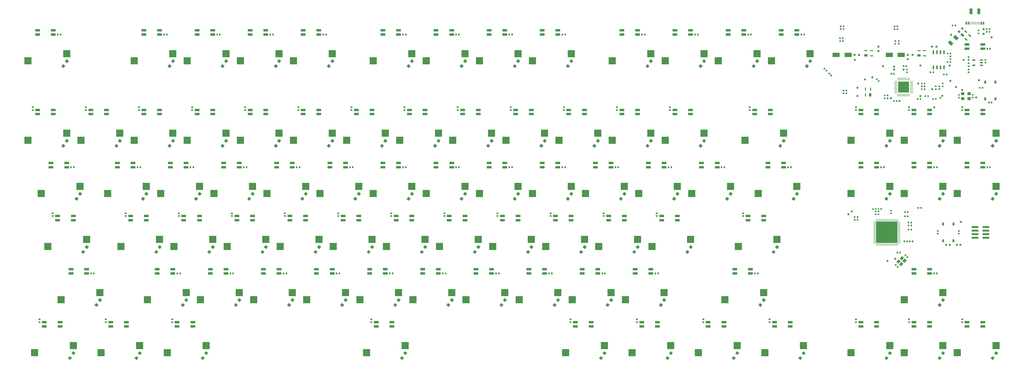
<source format=gbr>
G04 #@! TF.GenerationSoftware,KiCad,Pcbnew,(5.1.8)-1*
G04 #@! TF.CreationDate,2021-04-06T16:32:38+02:00*
G04 #@! TF.ProjectId,Keyboard_80_with_USB_HUB_V3,4b657962-6f61-4726-945f-3830255f7769,rev?*
G04 #@! TF.SameCoordinates,Original*
G04 #@! TF.FileFunction,Paste,Bot*
G04 #@! TF.FilePolarity,Positive*
%FSLAX46Y46*%
G04 Gerber Fmt 4.6, Leading zero omitted, Abs format (unit mm)*
G04 Created by KiCad (PCBNEW (5.1.8)-1) date 2021-04-06 16:32:38*
%MOMM*%
%LPD*%
G01*
G04 APERTURE LIST*
%ADD10C,0.152400*%
%ADD11R,7.600000X7.600000*%
%ADD12R,0.249200X0.854800*%
%ADD13R,0.854800X0.249200*%
%ADD14R,0.600000X0.700000*%
%ADD15R,0.700000X0.600000*%
%ADD16R,0.700000X1.000000*%
%ADD17R,3.860800X3.860800*%
%ADD18R,0.254000X1.066800*%
%ADD19R,1.066800X0.254000*%
%ADD20R,1.800000X0.820000*%
%ADD21R,1.003300X0.508000*%
%ADD22C,0.100000*%
%ADD23R,0.800000X0.655600*%
%ADD24R,0.655600X0.800000*%
%ADD25R,1.168400X0.431800*%
%ADD26R,1.168400X0.838200*%
%ADD27R,0.431800X1.168400*%
%ADD28R,0.838200X1.168400*%
%ADD29R,1.300000X1.100000*%
%ADD30R,2.641600X1.600200*%
%ADD31R,0.533400X1.460500*%
%ADD32R,1.000000X2.000000*%
%ADD33R,0.270000X1.000000*%
%ADD34R,0.520000X1.000000*%
%ADD35R,2.550000X2.500000*%
%ADD36R,2.400000X0.740000*%
%ADD37C,0.750000*%
G04 APERTURE END LIST*
D10*
X304700000Y-62800000D02*
X304700000Y-64120000D01*
X304700000Y-64120000D02*
X303380000Y-64120000D01*
X303380000Y-64120000D02*
X303380000Y-62800000D01*
X303380000Y-62800000D02*
X304700000Y-62800000D01*
X304700000Y-64320000D02*
X304700000Y-65640000D01*
X304700000Y-65640000D02*
X303380000Y-65640000D01*
X303380000Y-65640000D02*
X303380000Y-64320000D01*
X303380000Y-64320000D02*
X304700000Y-64320000D01*
X304700000Y-65840000D02*
X304700000Y-67160000D01*
X304700000Y-67160000D02*
X303380000Y-67160000D01*
X303380000Y-67160000D02*
X303380000Y-65840000D01*
X303380000Y-65840000D02*
X304700000Y-65840000D01*
X304700000Y-67360000D02*
X304700000Y-68680000D01*
X304700000Y-68680000D02*
X303380000Y-68680000D01*
X303380000Y-68680000D02*
X303380000Y-67360000D01*
X303380000Y-67360000D02*
X304700000Y-67360000D01*
X304700000Y-68880000D02*
X304700000Y-70200000D01*
X304700000Y-70200000D02*
X303380000Y-70200000D01*
X303380000Y-70200000D02*
X303380000Y-68880000D01*
X303380000Y-68880000D02*
X304700000Y-68880000D01*
X303180000Y-62800000D02*
X303180000Y-64120000D01*
X303180000Y-64120000D02*
X301860000Y-64120000D01*
X301860000Y-64120000D02*
X301860000Y-62800000D01*
X301860000Y-62800000D02*
X303180000Y-62800000D01*
X303180000Y-64320000D02*
X303180000Y-65640000D01*
X303180000Y-65640000D02*
X301860000Y-65640000D01*
X301860000Y-65640000D02*
X301860000Y-64320000D01*
X301860000Y-64320000D02*
X303180000Y-64320000D01*
X303180000Y-65840000D02*
X303180000Y-67160000D01*
X303180000Y-67160000D02*
X301860000Y-67160000D01*
X301860000Y-67160000D02*
X301860000Y-65840000D01*
X301860000Y-65840000D02*
X303180000Y-65840000D01*
X303180000Y-67360000D02*
X303180000Y-68680000D01*
X303180000Y-68680000D02*
X301860000Y-68680000D01*
X301860000Y-68680000D02*
X301860000Y-67360000D01*
X301860000Y-67360000D02*
X303180000Y-67360000D01*
X303180000Y-68880000D02*
X303180000Y-70200000D01*
X303180000Y-70200000D02*
X301860000Y-70200000D01*
X301860000Y-70200000D02*
X301860000Y-68880000D01*
X301860000Y-68880000D02*
X303180000Y-68880000D01*
X301660000Y-62800000D02*
X301660000Y-64120000D01*
X301660000Y-64120000D02*
X300340000Y-64120000D01*
X300340000Y-64120000D02*
X300340000Y-62800000D01*
X300340000Y-62800000D02*
X301660000Y-62800000D01*
X301660000Y-64320000D02*
X301660000Y-65640000D01*
X301660000Y-65640000D02*
X300340000Y-65640000D01*
X300340000Y-65640000D02*
X300340000Y-64320000D01*
X300340000Y-64320000D02*
X301660000Y-64320000D01*
X301660000Y-65840000D02*
X301660000Y-67160000D01*
X301660000Y-67160000D02*
X300340000Y-67160000D01*
X300340000Y-67160000D02*
X300340000Y-65840000D01*
X300340000Y-65840000D02*
X301660000Y-65840000D01*
X301660000Y-67360000D02*
X301660000Y-68680000D01*
X301660000Y-68680000D02*
X300340000Y-68680000D01*
X300340000Y-68680000D02*
X300340000Y-67360000D01*
X300340000Y-67360000D02*
X301660000Y-67360000D01*
X301660000Y-68880000D02*
X301660000Y-70200000D01*
X301660000Y-70200000D02*
X300340000Y-70200000D01*
X300340000Y-70200000D02*
X300340000Y-68880000D01*
X300340000Y-68880000D02*
X301660000Y-68880000D01*
X300140000Y-62800000D02*
X300140000Y-64120000D01*
X300140000Y-64120000D02*
X298820000Y-64120000D01*
X298820000Y-64120000D02*
X298820000Y-62800000D01*
X298820000Y-62800000D02*
X300140000Y-62800000D01*
X300140000Y-64320000D02*
X300140000Y-65640000D01*
X300140000Y-65640000D02*
X298820000Y-65640000D01*
X298820000Y-65640000D02*
X298820000Y-64320000D01*
X298820000Y-64320000D02*
X300140000Y-64320000D01*
X300140000Y-65840000D02*
X300140000Y-67160000D01*
X300140000Y-67160000D02*
X298820000Y-67160000D01*
X298820000Y-67160000D02*
X298820000Y-65840000D01*
X298820000Y-65840000D02*
X300140000Y-65840000D01*
X300140000Y-67360000D02*
X300140000Y-68680000D01*
X300140000Y-68680000D02*
X298820000Y-68680000D01*
X298820000Y-68680000D02*
X298820000Y-67360000D01*
X298820000Y-67360000D02*
X300140000Y-67360000D01*
X300140000Y-68880000D02*
X300140000Y-70200000D01*
X300140000Y-70200000D02*
X298820000Y-70200000D01*
X298820000Y-70200000D02*
X298820000Y-68880000D01*
X298820000Y-68880000D02*
X300140000Y-68880000D01*
X298620000Y-62800000D02*
X298620000Y-64120000D01*
X298620000Y-64120000D02*
X297300000Y-64120000D01*
X297300000Y-64120000D02*
X297300000Y-62800000D01*
X297300000Y-62800000D02*
X298620000Y-62800000D01*
X298620000Y-64320000D02*
X298620000Y-65640000D01*
X298620000Y-65640000D02*
X297300000Y-65640000D01*
X297300000Y-65640000D02*
X297300000Y-64320000D01*
X297300000Y-64320000D02*
X298620000Y-64320000D01*
X298620000Y-65840000D02*
X298620000Y-67160000D01*
X298620000Y-67160000D02*
X297300000Y-67160000D01*
X297300000Y-67160000D02*
X297300000Y-65840000D01*
X297300000Y-65840000D02*
X298620000Y-65840000D01*
X298620000Y-67360000D02*
X298620000Y-68680000D01*
X298620000Y-68680000D02*
X297300000Y-68680000D01*
X297300000Y-68680000D02*
X297300000Y-67360000D01*
X297300000Y-67360000D02*
X298620000Y-67360000D01*
X298620000Y-68880000D02*
X298620000Y-70200000D01*
X298620000Y-70200000D02*
X297300000Y-70200000D01*
X297300000Y-70200000D02*
X297300000Y-68880000D01*
X297300000Y-68880000D02*
X298620000Y-68880000D01*
X305144530Y-16355470D02*
X305144530Y-15781100D01*
X305144530Y-15781100D02*
X305577479Y-15781100D01*
X305577479Y-15781100D02*
X305577479Y-15781100D01*
X305577479Y-15781100D02*
X305718900Y-15922521D01*
X305718900Y-15922521D02*
X305718900Y-15922521D01*
X305718900Y-15922521D02*
X305718900Y-16355470D01*
X305718900Y-16355470D02*
X305144530Y-16355470D01*
X305144530Y-15581100D02*
X305144530Y-14993700D01*
X305144530Y-14993700D02*
X305577479Y-14993700D01*
X305577479Y-14993700D02*
X305577479Y-14993700D01*
X305577479Y-14993700D02*
X305718900Y-15135121D01*
X305718900Y-15135121D02*
X305718900Y-15135121D01*
X305718900Y-15135121D02*
X305718900Y-15439679D01*
X305718900Y-15439679D02*
X305718900Y-15439679D01*
X305718900Y-15439679D02*
X305577479Y-15581100D01*
X305577479Y-15581100D02*
X305577479Y-15581100D01*
X305577479Y-15581100D02*
X305144530Y-15581100D01*
X305144530Y-14793700D02*
X305144530Y-14206300D01*
X305144530Y-14206300D02*
X305577479Y-14206300D01*
X305577479Y-14206300D02*
X305577479Y-14206300D01*
X305577479Y-14206300D02*
X305718900Y-14347721D01*
X305718900Y-14347721D02*
X305718900Y-14347721D01*
X305718900Y-14347721D02*
X305718900Y-14652279D01*
X305718900Y-14652279D02*
X305718900Y-14652279D01*
X305718900Y-14652279D02*
X305577479Y-14793700D01*
X305577479Y-14793700D02*
X305577479Y-14793700D01*
X305577479Y-14793700D02*
X305144530Y-14793700D01*
X305144530Y-14006300D02*
X305144530Y-13418900D01*
X305144530Y-13418900D02*
X305577479Y-13418900D01*
X305577479Y-13418900D02*
X305577479Y-13418900D01*
X305577479Y-13418900D02*
X305718900Y-13560321D01*
X305718900Y-13560321D02*
X305718900Y-13560321D01*
X305718900Y-13560321D02*
X305718900Y-13864879D01*
X305718900Y-13864879D02*
X305718900Y-13864879D01*
X305718900Y-13864879D02*
X305577479Y-14006300D01*
X305577479Y-14006300D02*
X305577479Y-14006300D01*
X305577479Y-14006300D02*
X305144530Y-14006300D01*
X305144530Y-13218900D02*
X305144530Y-12644530D01*
X305144530Y-12644530D02*
X305718900Y-12644530D01*
X305718900Y-12644530D02*
X305718900Y-13077479D01*
X305718900Y-13077479D02*
X305718900Y-13077479D01*
X305718900Y-13077479D02*
X305577479Y-13218900D01*
X305577479Y-13218900D02*
X305577479Y-13218900D01*
X305577479Y-13218900D02*
X305144530Y-13218900D01*
X305918900Y-16355470D02*
X305918900Y-15922521D01*
X305918900Y-15922521D02*
X305918900Y-15922521D01*
X305918900Y-15922521D02*
X306060321Y-15781100D01*
X306060321Y-15781100D02*
X306060321Y-15781100D01*
X306060321Y-15781100D02*
X306364879Y-15781100D01*
X306364879Y-15781100D02*
X306364879Y-15781100D01*
X306364879Y-15781100D02*
X306506300Y-15922521D01*
X306506300Y-15922521D02*
X306506300Y-15922521D01*
X306506300Y-15922521D02*
X306506300Y-16355470D01*
X306506300Y-16355470D02*
X305918900Y-16355470D01*
X306060321Y-15581100D02*
X306060321Y-15581100D01*
X306060321Y-15581100D02*
X305918900Y-15439679D01*
X305918900Y-15439679D02*
X305918900Y-15439679D01*
X305918900Y-15439679D02*
X305918900Y-15135121D01*
X305918900Y-15135121D02*
X305918900Y-15135121D01*
X305918900Y-15135121D02*
X306060321Y-14993700D01*
X306060321Y-14993700D02*
X306060321Y-14993700D01*
X306060321Y-14993700D02*
X306364879Y-14993700D01*
X306364879Y-14993700D02*
X306364879Y-14993700D01*
X306364879Y-14993700D02*
X306506300Y-15135121D01*
X306506300Y-15135121D02*
X306506300Y-15135121D01*
X306506300Y-15135121D02*
X306506300Y-15439679D01*
X306506300Y-15439679D02*
X306506300Y-15439679D01*
X306506300Y-15439679D02*
X306364879Y-15581100D01*
X306364879Y-15581100D02*
X306364879Y-15581100D01*
X306364879Y-15581100D02*
X306060321Y-15581100D01*
X306060321Y-14793700D02*
X306060321Y-14793700D01*
X306060321Y-14793700D02*
X305918900Y-14652279D01*
X305918900Y-14652279D02*
X305918900Y-14652279D01*
X305918900Y-14652279D02*
X305918900Y-14347721D01*
X305918900Y-14347721D02*
X305918900Y-14347721D01*
X305918900Y-14347721D02*
X306060321Y-14206300D01*
X306060321Y-14206300D02*
X306060321Y-14206300D01*
X306060321Y-14206300D02*
X306364879Y-14206300D01*
X306364879Y-14206300D02*
X306364879Y-14206300D01*
X306364879Y-14206300D02*
X306506300Y-14347721D01*
X306506300Y-14347721D02*
X306506300Y-14347721D01*
X306506300Y-14347721D02*
X306506300Y-14652279D01*
X306506300Y-14652279D02*
X306506300Y-14652279D01*
X306506300Y-14652279D02*
X306364879Y-14793700D01*
X306364879Y-14793700D02*
X306364879Y-14793700D01*
X306364879Y-14793700D02*
X306060321Y-14793700D01*
X306060321Y-14006300D02*
X306060321Y-14006300D01*
X306060321Y-14006300D02*
X305918900Y-13864879D01*
X305918900Y-13864879D02*
X305918900Y-13864879D01*
X305918900Y-13864879D02*
X305918900Y-13560321D01*
X305918900Y-13560321D02*
X305918900Y-13560321D01*
X305918900Y-13560321D02*
X306060321Y-13418900D01*
X306060321Y-13418900D02*
X306060321Y-13418900D01*
X306060321Y-13418900D02*
X306364879Y-13418900D01*
X306364879Y-13418900D02*
X306364879Y-13418900D01*
X306364879Y-13418900D02*
X306506300Y-13560321D01*
X306506300Y-13560321D02*
X306506300Y-13560321D01*
X306506300Y-13560321D02*
X306506300Y-13864879D01*
X306506300Y-13864879D02*
X306506300Y-13864879D01*
X306506300Y-13864879D02*
X306364879Y-14006300D01*
X306364879Y-14006300D02*
X306364879Y-14006300D01*
X306364879Y-14006300D02*
X306060321Y-14006300D01*
X306060321Y-13218900D02*
X306060321Y-13218900D01*
X306060321Y-13218900D02*
X305918900Y-13077479D01*
X305918900Y-13077479D02*
X305918900Y-13077479D01*
X305918900Y-13077479D02*
X305918900Y-12644530D01*
X305918900Y-12644530D02*
X306506300Y-12644530D01*
X306506300Y-12644530D02*
X306506300Y-13077479D01*
X306506300Y-13077479D02*
X306506300Y-13077479D01*
X306506300Y-13077479D02*
X306364879Y-13218900D01*
X306364879Y-13218900D02*
X306364879Y-13218900D01*
X306364879Y-13218900D02*
X306060321Y-13218900D01*
X306706300Y-16355470D02*
X306706300Y-15922521D01*
X306706300Y-15922521D02*
X306706300Y-15922521D01*
X306706300Y-15922521D02*
X306847721Y-15781100D01*
X306847721Y-15781100D02*
X306847721Y-15781100D01*
X306847721Y-15781100D02*
X307152279Y-15781100D01*
X307152279Y-15781100D02*
X307152279Y-15781100D01*
X307152279Y-15781100D02*
X307293700Y-15922521D01*
X307293700Y-15922521D02*
X307293700Y-15922521D01*
X307293700Y-15922521D02*
X307293700Y-16355470D01*
X307293700Y-16355470D02*
X306706300Y-16355470D01*
X306847721Y-15581100D02*
X306847721Y-15581100D01*
X306847721Y-15581100D02*
X306706300Y-15439679D01*
X306706300Y-15439679D02*
X306706300Y-15439679D01*
X306706300Y-15439679D02*
X306706300Y-15135121D01*
X306706300Y-15135121D02*
X306706300Y-15135121D01*
X306706300Y-15135121D02*
X306847721Y-14993700D01*
X306847721Y-14993700D02*
X306847721Y-14993700D01*
X306847721Y-14993700D02*
X307152279Y-14993700D01*
X307152279Y-14993700D02*
X307152279Y-14993700D01*
X307152279Y-14993700D02*
X307293700Y-15135121D01*
X307293700Y-15135121D02*
X307293700Y-15135121D01*
X307293700Y-15135121D02*
X307293700Y-15439679D01*
X307293700Y-15439679D02*
X307293700Y-15439679D01*
X307293700Y-15439679D02*
X307152279Y-15581100D01*
X307152279Y-15581100D02*
X307152279Y-15581100D01*
X307152279Y-15581100D02*
X306847721Y-15581100D01*
X306847721Y-14793700D02*
X306847721Y-14793700D01*
X306847721Y-14793700D02*
X306706300Y-14652279D01*
X306706300Y-14652279D02*
X306706300Y-14652279D01*
X306706300Y-14652279D02*
X306706300Y-14347721D01*
X306706300Y-14347721D02*
X306706300Y-14347721D01*
X306706300Y-14347721D02*
X306847721Y-14206300D01*
X306847721Y-14206300D02*
X306847721Y-14206300D01*
X306847721Y-14206300D02*
X307152279Y-14206300D01*
X307152279Y-14206300D02*
X307152279Y-14206300D01*
X307152279Y-14206300D02*
X307293700Y-14347721D01*
X307293700Y-14347721D02*
X307293700Y-14347721D01*
X307293700Y-14347721D02*
X307293700Y-14652279D01*
X307293700Y-14652279D02*
X307293700Y-14652279D01*
X307293700Y-14652279D02*
X307152279Y-14793700D01*
X307152279Y-14793700D02*
X307152279Y-14793700D01*
X307152279Y-14793700D02*
X306847721Y-14793700D01*
X306847721Y-14006300D02*
X306847721Y-14006300D01*
X306847721Y-14006300D02*
X306706300Y-13864879D01*
X306706300Y-13864879D02*
X306706300Y-13864879D01*
X306706300Y-13864879D02*
X306706300Y-13560321D01*
X306706300Y-13560321D02*
X306706300Y-13560321D01*
X306706300Y-13560321D02*
X306847721Y-13418900D01*
X306847721Y-13418900D02*
X306847721Y-13418900D01*
X306847721Y-13418900D02*
X307152279Y-13418900D01*
X307152279Y-13418900D02*
X307152279Y-13418900D01*
X307152279Y-13418900D02*
X307293700Y-13560321D01*
X307293700Y-13560321D02*
X307293700Y-13560321D01*
X307293700Y-13560321D02*
X307293700Y-13864879D01*
X307293700Y-13864879D02*
X307293700Y-13864879D01*
X307293700Y-13864879D02*
X307152279Y-14006300D01*
X307152279Y-14006300D02*
X307152279Y-14006300D01*
X307152279Y-14006300D02*
X306847721Y-14006300D01*
X306847721Y-13218900D02*
X306847721Y-13218900D01*
X306847721Y-13218900D02*
X306706300Y-13077479D01*
X306706300Y-13077479D02*
X306706300Y-13077479D01*
X306706300Y-13077479D02*
X306706300Y-12644530D01*
X306706300Y-12644530D02*
X307293700Y-12644530D01*
X307293700Y-12644530D02*
X307293700Y-13077479D01*
X307293700Y-13077479D02*
X307293700Y-13077479D01*
X307293700Y-13077479D02*
X307152279Y-13218900D01*
X307152279Y-13218900D02*
X307152279Y-13218900D01*
X307152279Y-13218900D02*
X306847721Y-13218900D01*
X307493700Y-16355470D02*
X307493700Y-15922521D01*
X307493700Y-15922521D02*
X307493700Y-15922521D01*
X307493700Y-15922521D02*
X307635121Y-15781100D01*
X307635121Y-15781100D02*
X307635121Y-15781100D01*
X307635121Y-15781100D02*
X307939679Y-15781100D01*
X307939679Y-15781100D02*
X307939679Y-15781100D01*
X307939679Y-15781100D02*
X308081100Y-15922521D01*
X308081100Y-15922521D02*
X308081100Y-15922521D01*
X308081100Y-15922521D02*
X308081100Y-16355470D01*
X308081100Y-16355470D02*
X307493700Y-16355470D01*
X307635121Y-15581100D02*
X307635121Y-15581100D01*
X307635121Y-15581100D02*
X307493700Y-15439679D01*
X307493700Y-15439679D02*
X307493700Y-15439679D01*
X307493700Y-15439679D02*
X307493700Y-15135121D01*
X307493700Y-15135121D02*
X307493700Y-15135121D01*
X307493700Y-15135121D02*
X307635121Y-14993700D01*
X307635121Y-14993700D02*
X307635121Y-14993700D01*
X307635121Y-14993700D02*
X307939679Y-14993700D01*
X307939679Y-14993700D02*
X307939679Y-14993700D01*
X307939679Y-14993700D02*
X308081100Y-15135121D01*
X308081100Y-15135121D02*
X308081100Y-15135121D01*
X308081100Y-15135121D02*
X308081100Y-15439679D01*
X308081100Y-15439679D02*
X308081100Y-15439679D01*
X308081100Y-15439679D02*
X307939679Y-15581100D01*
X307939679Y-15581100D02*
X307939679Y-15581100D01*
X307939679Y-15581100D02*
X307635121Y-15581100D01*
X307635121Y-14793700D02*
X307635121Y-14793700D01*
X307635121Y-14793700D02*
X307493700Y-14652279D01*
X307493700Y-14652279D02*
X307493700Y-14652279D01*
X307493700Y-14652279D02*
X307493700Y-14347721D01*
X307493700Y-14347721D02*
X307493700Y-14347721D01*
X307493700Y-14347721D02*
X307635121Y-14206300D01*
X307635121Y-14206300D02*
X307635121Y-14206300D01*
X307635121Y-14206300D02*
X307939679Y-14206300D01*
X307939679Y-14206300D02*
X307939679Y-14206300D01*
X307939679Y-14206300D02*
X308081100Y-14347721D01*
X308081100Y-14347721D02*
X308081100Y-14347721D01*
X308081100Y-14347721D02*
X308081100Y-14652279D01*
X308081100Y-14652279D02*
X308081100Y-14652279D01*
X308081100Y-14652279D02*
X307939679Y-14793700D01*
X307939679Y-14793700D02*
X307939679Y-14793700D01*
X307939679Y-14793700D02*
X307635121Y-14793700D01*
X307635121Y-14006300D02*
X307635121Y-14006300D01*
X307635121Y-14006300D02*
X307493700Y-13864879D01*
X307493700Y-13864879D02*
X307493700Y-13864879D01*
X307493700Y-13864879D02*
X307493700Y-13560321D01*
X307493700Y-13560321D02*
X307493700Y-13560321D01*
X307493700Y-13560321D02*
X307635121Y-13418900D01*
X307635121Y-13418900D02*
X307635121Y-13418900D01*
X307635121Y-13418900D02*
X307939679Y-13418900D01*
X307939679Y-13418900D02*
X307939679Y-13418900D01*
X307939679Y-13418900D02*
X308081100Y-13560321D01*
X308081100Y-13560321D02*
X308081100Y-13560321D01*
X308081100Y-13560321D02*
X308081100Y-13864879D01*
X308081100Y-13864879D02*
X308081100Y-13864879D01*
X308081100Y-13864879D02*
X307939679Y-14006300D01*
X307939679Y-14006300D02*
X307939679Y-14006300D01*
X307939679Y-14006300D02*
X307635121Y-14006300D01*
X307635121Y-13218900D02*
X307635121Y-13218900D01*
X307635121Y-13218900D02*
X307493700Y-13077479D01*
X307493700Y-13077479D02*
X307493700Y-13077479D01*
X307493700Y-13077479D02*
X307493700Y-12644530D01*
X307493700Y-12644530D02*
X308081100Y-12644530D01*
X308081100Y-12644530D02*
X308081100Y-13077479D01*
X308081100Y-13077479D02*
X308081100Y-13077479D01*
X308081100Y-13077479D02*
X307939679Y-13218900D01*
X307939679Y-13218900D02*
X307939679Y-13218900D01*
X307939679Y-13218900D02*
X307635121Y-13218900D01*
X308281100Y-16355470D02*
X308281100Y-15922521D01*
X308281100Y-15922521D02*
X308281100Y-15922521D01*
X308281100Y-15922521D02*
X308422521Y-15781100D01*
X308422521Y-15781100D02*
X308422521Y-15781100D01*
X308422521Y-15781100D02*
X308855470Y-15781100D01*
X308855470Y-15781100D02*
X308855470Y-16355470D01*
X308855470Y-16355470D02*
X308281100Y-16355470D01*
X308422521Y-15581100D02*
X308422521Y-15581100D01*
X308422521Y-15581100D02*
X308281100Y-15439679D01*
X308281100Y-15439679D02*
X308281100Y-15439679D01*
X308281100Y-15439679D02*
X308281100Y-15135121D01*
X308281100Y-15135121D02*
X308281100Y-15135121D01*
X308281100Y-15135121D02*
X308422521Y-14993700D01*
X308422521Y-14993700D02*
X308422521Y-14993700D01*
X308422521Y-14993700D02*
X308855470Y-14993700D01*
X308855470Y-14993700D02*
X308855470Y-15581100D01*
X308855470Y-15581100D02*
X308422521Y-15581100D01*
X308422521Y-14793700D02*
X308422521Y-14793700D01*
X308422521Y-14793700D02*
X308281100Y-14652279D01*
X308281100Y-14652279D02*
X308281100Y-14652279D01*
X308281100Y-14652279D02*
X308281100Y-14347721D01*
X308281100Y-14347721D02*
X308281100Y-14347721D01*
X308281100Y-14347721D02*
X308422521Y-14206300D01*
X308422521Y-14206300D02*
X308422521Y-14206300D01*
X308422521Y-14206300D02*
X308855470Y-14206300D01*
X308855470Y-14206300D02*
X308855470Y-14793700D01*
X308855470Y-14793700D02*
X308422521Y-14793700D01*
X308422521Y-14006300D02*
X308422521Y-14006300D01*
X308422521Y-14006300D02*
X308281100Y-13864879D01*
X308281100Y-13864879D02*
X308281100Y-13864879D01*
X308281100Y-13864879D02*
X308281100Y-13560321D01*
X308281100Y-13560321D02*
X308281100Y-13560321D01*
X308281100Y-13560321D02*
X308422521Y-13418900D01*
X308422521Y-13418900D02*
X308422521Y-13418900D01*
X308422521Y-13418900D02*
X308855470Y-13418900D01*
X308855470Y-13418900D02*
X308855470Y-14006300D01*
X308855470Y-14006300D02*
X308422521Y-14006300D01*
X308422521Y-13218900D02*
X308422521Y-13218900D01*
X308422521Y-13218900D02*
X308281100Y-13077479D01*
X308281100Y-13077479D02*
X308281100Y-13077479D01*
X308281100Y-13077479D02*
X308281100Y-12644530D01*
X308281100Y-12644530D02*
X308855470Y-12644530D01*
X308855470Y-12644530D02*
X308855470Y-13218900D01*
X308855470Y-13218900D02*
X308422521Y-13218900D01*
D11*
X301000000Y-66500000D03*
D12*
X304750000Y-62122600D03*
X304250001Y-62122600D03*
X303750000Y-62122600D03*
X303250001Y-62122600D03*
X302749999Y-62122600D03*
X302250000Y-62122600D03*
X301750001Y-62122600D03*
X301250000Y-62122600D03*
X300750000Y-62122600D03*
X300249999Y-62122600D03*
X299750000Y-62122600D03*
X299250001Y-62122600D03*
X298749999Y-62122600D03*
X298250000Y-62122600D03*
X297749999Y-62122600D03*
X297250000Y-62122600D03*
D13*
X296622600Y-62750000D03*
X296622600Y-63249999D03*
X296622600Y-63750000D03*
X296622600Y-64249999D03*
X296622600Y-64750001D03*
X296622600Y-65250000D03*
X296622600Y-65749999D03*
X296622600Y-66250000D03*
X296622600Y-66750000D03*
X296622600Y-67250001D03*
X296622600Y-67750000D03*
X296622600Y-68249999D03*
X296622600Y-68750001D03*
X296622600Y-69250000D03*
X296622600Y-69750001D03*
X296622600Y-70250000D03*
D12*
X297250000Y-70877400D03*
X297749999Y-70877400D03*
X298250000Y-70877400D03*
X298749999Y-70877400D03*
X299250001Y-70877400D03*
X299750000Y-70877400D03*
X300249999Y-70877400D03*
X300750000Y-70877400D03*
X301250000Y-70877400D03*
X301750001Y-70877400D03*
X302250000Y-70877400D03*
X302749999Y-70877400D03*
X303250001Y-70877400D03*
X303750000Y-70877400D03*
X304250001Y-70877400D03*
X304750000Y-70877400D03*
D13*
X305377400Y-70250000D03*
X305377400Y-69750001D03*
X305377400Y-69250000D03*
X305377400Y-68750001D03*
X305377400Y-68249999D03*
X305377400Y-67750000D03*
X305377400Y-67250001D03*
X305377400Y-66750000D03*
X305377400Y-66250000D03*
X305377400Y-65749999D03*
X305377400Y-65250000D03*
X305377400Y-64750001D03*
X305377400Y-64249999D03*
X305377400Y-63750000D03*
X305377400Y-63249999D03*
X305377400Y-62750000D03*
D14*
X17275000Y-81170000D03*
X16275000Y-81170000D03*
X48150000Y-81170000D03*
X47150000Y-81170000D03*
X67150000Y-81170000D03*
X66150000Y-81170000D03*
X86150000Y-81170000D03*
X85150000Y-81170000D03*
X105150000Y-81170000D03*
X104150000Y-81170000D03*
X124150000Y-81170000D03*
X123150000Y-81170000D03*
X143150000Y-81170000D03*
X142150000Y-81170000D03*
X162150000Y-81170000D03*
X161150000Y-81170000D03*
X181150000Y-81170000D03*
X180150000Y-81170000D03*
X200150000Y-81170000D03*
X199150000Y-81170000D03*
X219150000Y-81170000D03*
X218150000Y-81170000D03*
X254775000Y-81170000D03*
X253775000Y-81170000D03*
X318900000Y-81170000D03*
X317900000Y-81170000D03*
X10150000Y-43170000D03*
X9150000Y-43170000D03*
X33900000Y-43170000D03*
X32900000Y-43170000D03*
X52900000Y-43170000D03*
X51900000Y-43170000D03*
X71900000Y-43170000D03*
X70900000Y-43170000D03*
X90900000Y-43170000D03*
X89900000Y-43170000D03*
X109900000Y-43170000D03*
X108900000Y-43170000D03*
X128900000Y-43170000D03*
X127900000Y-43170000D03*
X147900000Y-43170000D03*
X146900000Y-43170000D03*
X166900000Y-43170000D03*
X165900000Y-43170000D03*
X185900000Y-43170000D03*
X184900000Y-43170000D03*
X204900000Y-43170000D03*
X203900000Y-43170000D03*
X223900000Y-43170000D03*
X222900000Y-43170000D03*
X242900000Y-43170000D03*
X241900000Y-43170000D03*
X266650000Y-43170000D03*
X265650000Y-43170000D03*
X299900000Y-43170000D03*
X298900000Y-43170000D03*
X318900000Y-43170000D03*
X317900000Y-43170000D03*
X337900000Y-43170000D03*
X336900000Y-43170000D03*
X5400000Y4330000D03*
X4400000Y4330000D03*
X43400000Y4330000D03*
X42400000Y4330000D03*
X62400000Y4330000D03*
X61400000Y4330000D03*
X81400000Y4330000D03*
X80400000Y4330000D03*
X100400000Y4330000D03*
X99400000Y4330000D03*
X128900000Y4330000D03*
X127900000Y4330000D03*
X147900000Y4330000D03*
X146900000Y4330000D03*
X166900000Y4330000D03*
X165900000Y4330000D03*
X185900000Y4330000D03*
X184900000Y4330000D03*
X214400000Y4330000D03*
X213400000Y4330000D03*
X233400000Y4330000D03*
X232400000Y4330000D03*
X252400000Y4330000D03*
X251400000Y4330000D03*
X271400000Y4330000D03*
X270400000Y4330000D03*
X337900000Y-750000D03*
X336900000Y-750000D03*
D15*
X-4560000Y-21670000D03*
X-4560000Y-22670000D03*
X14440000Y-21670000D03*
X14440000Y-22670000D03*
X33440000Y-21670000D03*
X33440000Y-22670000D03*
X52440000Y-21670000D03*
X52440000Y-22670000D03*
X71440000Y-21670000D03*
X71440000Y-22670000D03*
X90440000Y-21670000D03*
X90440000Y-22670000D03*
X109440000Y-21670000D03*
X109440000Y-22670000D03*
X128440000Y-21670000D03*
X128440000Y-22670000D03*
X147440000Y-21670000D03*
X147440000Y-22670000D03*
X166440000Y-21670000D03*
X166440000Y-22670000D03*
X185440000Y-21670000D03*
X185440000Y-22670000D03*
X204440000Y-21670000D03*
X204440000Y-22670000D03*
X223440000Y-21670000D03*
X223440000Y-22670000D03*
X251940000Y-21670000D03*
X251940000Y-22670000D03*
X289940000Y-21670000D03*
X289940000Y-22670000D03*
X308940000Y-21670000D03*
X308940000Y-22670000D03*
X327940000Y-21670000D03*
X327940000Y-22670000D03*
X2565000Y-59670000D03*
X2565000Y-60670000D03*
X28690000Y-59670000D03*
X28690000Y-60670000D03*
X47690000Y-59670000D03*
X47690000Y-60670000D03*
X66690000Y-59670000D03*
X66690000Y-60670000D03*
X85690000Y-59670000D03*
X85690000Y-60670000D03*
X104690000Y-59670000D03*
X104690000Y-60670000D03*
X123690000Y-59670000D03*
X123690000Y-60670000D03*
X142690000Y-59670000D03*
X142690000Y-60670000D03*
X161690000Y-59670000D03*
X161690000Y-60670000D03*
X180690000Y-59670000D03*
X180690000Y-60670000D03*
X199690000Y-59670000D03*
X199690000Y-60670000D03*
X218690000Y-59670000D03*
X218690000Y-60670000D03*
X249565000Y-59670000D03*
X249565000Y-60670000D03*
X-2185000Y-97670000D03*
X-2185000Y-98670000D03*
X21565000Y-97670000D03*
X21565000Y-98670000D03*
X45315000Y-97670000D03*
X45315000Y-98670000D03*
X116565000Y-97670000D03*
X116565000Y-98670000D03*
X187815000Y-97670000D03*
X187815000Y-98670000D03*
X211565000Y-97670000D03*
X211565000Y-98670000D03*
X235315000Y-97670000D03*
X235315000Y-98670000D03*
X259065000Y-97670000D03*
X259065000Y-98670000D03*
X289940000Y-97670000D03*
X289940000Y-98670000D03*
X308940000Y-97670000D03*
X308940000Y-98670000D03*
X327940000Y-97670000D03*
X327940000Y-98670000D03*
D16*
X339850000Y-18750000D03*
X339850000Y-12750000D03*
X336150000Y-18750000D03*
X336150000Y-12750000D03*
X324850000Y-69500000D03*
X324850000Y-63500000D03*
X321150000Y-69500000D03*
X321150000Y-63500000D03*
D17*
X307000000Y-14500000D03*
D18*
X304968000Y-17344800D03*
X305476000Y-17344800D03*
X305984000Y-17344800D03*
X306492000Y-17344800D03*
X307000000Y-17344800D03*
X307508000Y-17344800D03*
X308016000Y-17344800D03*
X308524000Y-17344800D03*
X309032000Y-17344800D03*
D19*
X309844800Y-16532000D03*
X309844800Y-16024000D03*
X309844800Y-15516000D03*
X309844800Y-15008000D03*
X309844800Y-14500000D03*
X309844800Y-13992000D03*
X309844800Y-13484000D03*
X309844800Y-12976000D03*
X309844800Y-12468000D03*
D18*
X309032000Y-11655200D03*
X308524000Y-11655200D03*
X308016000Y-11655200D03*
X307508000Y-11655200D03*
X307000000Y-11655200D03*
X306492000Y-11655200D03*
X305984000Y-11655200D03*
X305476000Y-11655200D03*
X304968000Y-11655200D03*
D19*
X304155200Y-12468000D03*
X304155200Y-12976000D03*
X304155200Y-13484000D03*
X304155200Y-13992000D03*
X304155200Y-14500000D03*
X304155200Y-15008000D03*
X304155200Y-15516000D03*
X304155200Y-16024000D03*
X304155200Y-16532000D03*
D20*
X335300000Y-22670000D03*
X335300000Y-24170000D03*
X329700000Y-24170000D03*
X329700000Y-22670000D03*
X2800000Y-22670000D03*
X2800000Y-24170000D03*
X-2800000Y-24170000D03*
X-2800000Y-22670000D03*
X21800000Y-22670000D03*
X21800000Y-24170000D03*
X16200000Y-24170000D03*
X16200000Y-22670000D03*
X40800000Y-22670000D03*
X40800000Y-24170000D03*
X35200000Y-24170000D03*
X35200000Y-22670000D03*
X59800000Y-22670000D03*
X59800000Y-24170000D03*
X54200000Y-24170000D03*
X54200000Y-22670000D03*
X78800000Y-22670000D03*
X78800000Y-24170000D03*
X73200000Y-24170000D03*
X73200000Y-22670000D03*
X97800000Y-22670000D03*
X97800000Y-24170000D03*
X92200000Y-24170000D03*
X92200000Y-22670000D03*
X116800000Y-22670000D03*
X116800000Y-24170000D03*
X111200000Y-24170000D03*
X111200000Y-22670000D03*
X135800000Y-22670000D03*
X135800000Y-24170000D03*
X130200000Y-24170000D03*
X130200000Y-22670000D03*
X154800000Y-22670000D03*
X154800000Y-24170000D03*
X149200000Y-24170000D03*
X149200000Y-22670000D03*
X173800000Y-22670000D03*
X173800000Y-24170000D03*
X168200000Y-24170000D03*
X168200000Y-22670000D03*
X192800000Y-22670000D03*
X192800000Y-24170000D03*
X187200000Y-24170000D03*
X187200000Y-22670000D03*
X211800000Y-22670000D03*
X211800000Y-24170000D03*
X206200000Y-24170000D03*
X206200000Y-22670000D03*
X230800000Y-22670000D03*
X230800000Y-24170000D03*
X225200000Y-24170000D03*
X225200000Y-22670000D03*
X259300000Y-22670000D03*
X259300000Y-24170000D03*
X253700000Y-24170000D03*
X253700000Y-22670000D03*
X297300000Y-22670000D03*
X297300000Y-24170000D03*
X291700000Y-24170000D03*
X291700000Y-22670000D03*
X316300000Y-22670000D03*
X316300000Y-24170000D03*
X310700000Y-24170000D03*
X310700000Y-22670000D03*
X9925000Y-60670000D03*
X9925000Y-62170000D03*
X4325000Y-62170000D03*
X4325000Y-60670000D03*
X36050000Y-60670000D03*
X36050000Y-62170000D03*
X30450000Y-62170000D03*
X30450000Y-60670000D03*
X55050000Y-60670000D03*
X55050000Y-62170000D03*
X49450000Y-62170000D03*
X49450000Y-60670000D03*
X74050000Y-60670000D03*
X74050000Y-62170000D03*
X68450000Y-62170000D03*
X68450000Y-60670000D03*
X93050000Y-60670000D03*
X93050000Y-62170000D03*
X87450000Y-62170000D03*
X87450000Y-60670000D03*
X112050000Y-60670000D03*
X112050000Y-62170000D03*
X106450000Y-62170000D03*
X106450000Y-60670000D03*
X131050000Y-60670000D03*
X131050000Y-62170000D03*
X125450000Y-62170000D03*
X125450000Y-60670000D03*
X150050000Y-60670000D03*
X150050000Y-62170000D03*
X144450000Y-62170000D03*
X144450000Y-60670000D03*
X169050000Y-60670000D03*
X169050000Y-62170000D03*
X163450000Y-62170000D03*
X163450000Y-60670000D03*
X188050000Y-60670000D03*
X188050000Y-62170000D03*
X182450000Y-62170000D03*
X182450000Y-60670000D03*
X207050000Y-60670000D03*
X207050000Y-62170000D03*
X201450000Y-62170000D03*
X201450000Y-60670000D03*
X226050000Y-60670000D03*
X226050000Y-62170000D03*
X220450000Y-62170000D03*
X220450000Y-60670000D03*
X256925000Y-60670000D03*
X256925000Y-62170000D03*
X251325000Y-62170000D03*
X251325000Y-60670000D03*
X5175000Y-98670000D03*
X5175000Y-100170000D03*
X-425000Y-100170000D03*
X-425000Y-98670000D03*
X28925000Y-98670000D03*
X28925000Y-100170000D03*
X23325000Y-100170000D03*
X23325000Y-98670000D03*
X52675000Y-98670000D03*
X52675000Y-100170000D03*
X47075000Y-100170000D03*
X47075000Y-98670000D03*
X123925000Y-98670000D03*
X123925000Y-100170000D03*
X118325000Y-100170000D03*
X118325000Y-98670000D03*
X195175000Y-98670000D03*
X195175000Y-100170000D03*
X189575000Y-100170000D03*
X189575000Y-98670000D03*
X218925000Y-98670000D03*
X218925000Y-100170000D03*
X213325000Y-100170000D03*
X213325000Y-98670000D03*
X242675000Y-98670000D03*
X242675000Y-100170000D03*
X237075000Y-100170000D03*
X237075000Y-98670000D03*
X266425000Y-98670000D03*
X266425000Y-100170000D03*
X260825000Y-100170000D03*
X260825000Y-98670000D03*
X297300000Y-98670000D03*
X297300000Y-100170000D03*
X291700000Y-100170000D03*
X291700000Y-98670000D03*
X316300000Y-98670000D03*
X316300000Y-100170000D03*
X310700000Y-100170000D03*
X310700000Y-98670000D03*
X335300000Y-98670000D03*
X335300000Y-100170000D03*
X329700000Y-100170000D03*
X329700000Y-98670000D03*
X329700000Y-750000D03*
X329700000Y750000D03*
X335300000Y750000D03*
X335300000Y-750000D03*
X263200000Y4330000D03*
X263200000Y5830000D03*
X268800000Y5830000D03*
X268800000Y4330000D03*
X244200000Y4330000D03*
X244200000Y5830000D03*
X249800000Y5830000D03*
X249800000Y4330000D03*
X225200000Y4330000D03*
X225200000Y5830000D03*
X230800000Y5830000D03*
X230800000Y4330000D03*
X206200000Y4330000D03*
X206200000Y5830000D03*
X211800000Y5830000D03*
X211800000Y4330000D03*
X177700000Y4330000D03*
X177700000Y5830000D03*
X183300000Y5830000D03*
X183300000Y4330000D03*
X158700000Y4330000D03*
X158700000Y5830000D03*
X164300000Y5830000D03*
X164300000Y4330000D03*
X139700000Y4330000D03*
X139700000Y5830000D03*
X145300000Y5830000D03*
X145300000Y4330000D03*
X120700000Y4330000D03*
X120700000Y5830000D03*
X126300000Y5830000D03*
X126300000Y4330000D03*
X92200000Y4330000D03*
X92200000Y5830000D03*
X97800000Y5830000D03*
X97800000Y4330000D03*
X73200000Y4330000D03*
X73200000Y5830000D03*
X78800000Y5830000D03*
X78800000Y4330000D03*
X54200000Y4330000D03*
X54200000Y5830000D03*
X59800000Y5830000D03*
X59800000Y4330000D03*
X35200000Y4330000D03*
X35200000Y5830000D03*
X40800000Y5830000D03*
X40800000Y4330000D03*
X-2800000Y4330000D03*
X-2800000Y5830000D03*
X2800000Y5830000D03*
X2800000Y4330000D03*
X329700000Y-43170000D03*
X329700000Y-41670000D03*
X335300000Y-41670000D03*
X335300000Y-43170000D03*
X310700000Y-43170000D03*
X310700000Y-41670000D03*
X316300000Y-41670000D03*
X316300000Y-43170000D03*
X291700000Y-43170000D03*
X291700000Y-41670000D03*
X297300000Y-41670000D03*
X297300000Y-43170000D03*
X258450000Y-43170000D03*
X258450000Y-41670000D03*
X264050000Y-41670000D03*
X264050000Y-43170000D03*
X234700000Y-43170000D03*
X234700000Y-41670000D03*
X240300000Y-41670000D03*
X240300000Y-43170000D03*
X215700000Y-43170000D03*
X215700000Y-41670000D03*
X221300000Y-41670000D03*
X221300000Y-43170000D03*
X196700000Y-43170000D03*
X196700000Y-41670000D03*
X202300000Y-41670000D03*
X202300000Y-43170000D03*
X177700000Y-43170000D03*
X177700000Y-41670000D03*
X183300000Y-41670000D03*
X183300000Y-43170000D03*
X158700000Y-43170000D03*
X158700000Y-41670000D03*
X164300000Y-41670000D03*
X164300000Y-43170000D03*
X139700000Y-43170000D03*
X139700000Y-41670000D03*
X145300000Y-41670000D03*
X145300000Y-43170000D03*
X120700000Y-43170000D03*
X120700000Y-41670000D03*
X126300000Y-41670000D03*
X126300000Y-43170000D03*
X101700000Y-43170000D03*
X101700000Y-41670000D03*
X107300000Y-41670000D03*
X107300000Y-43170000D03*
X82700000Y-43170000D03*
X82700000Y-41670000D03*
X88300000Y-41670000D03*
X88300000Y-43170000D03*
X63700000Y-43170000D03*
X63700000Y-41670000D03*
X69300000Y-41670000D03*
X69300000Y-43170000D03*
X44700000Y-43170000D03*
X44700000Y-41670000D03*
X50300000Y-41670000D03*
X50300000Y-43170000D03*
X25700000Y-43170000D03*
X25700000Y-41670000D03*
X31300000Y-41670000D03*
X31300000Y-43170000D03*
X1950000Y-43170000D03*
X1950000Y-41670000D03*
X7550000Y-41670000D03*
X7550000Y-43170000D03*
X310700000Y-81170000D03*
X310700000Y-79670000D03*
X316300000Y-79670000D03*
X316300000Y-81170000D03*
X246575000Y-81170000D03*
X246575000Y-79670000D03*
X252175000Y-79670000D03*
X252175000Y-81170000D03*
X210950000Y-81170000D03*
X210950000Y-79670000D03*
X216550000Y-79670000D03*
X216550000Y-81170000D03*
X191950000Y-81170000D03*
X191950000Y-79670000D03*
X197550000Y-79670000D03*
X197550000Y-81170000D03*
X172950000Y-81170000D03*
X172950000Y-79670000D03*
X178550000Y-79670000D03*
X178550000Y-81170000D03*
X153950000Y-81170000D03*
X153950000Y-79670000D03*
X159550000Y-79670000D03*
X159550000Y-81170000D03*
X134950000Y-81170000D03*
X134950000Y-79670000D03*
X140550000Y-79670000D03*
X140550000Y-81170000D03*
X115950000Y-81170000D03*
X115950000Y-79670000D03*
X121550000Y-79670000D03*
X121550000Y-81170000D03*
X96950000Y-81170000D03*
X96950000Y-79670000D03*
X102550000Y-79670000D03*
X102550000Y-81170000D03*
X77950000Y-81170000D03*
X77950000Y-79670000D03*
X83550000Y-79670000D03*
X83550000Y-81170000D03*
X58950000Y-81170000D03*
X58950000Y-79670000D03*
X64550000Y-79670000D03*
X64550000Y-81170000D03*
X39950000Y-81170000D03*
X39950000Y-79670000D03*
X45550000Y-79670000D03*
X45550000Y-81170000D03*
X9075000Y-81170000D03*
X9075000Y-79670000D03*
X14675000Y-79670000D03*
X14675000Y-81170000D03*
G36*
G01*
X303577500Y6545000D02*
X303922500Y6545000D01*
G75*
G02*
X304070000Y6397500I0J-147500D01*
G01*
X304070000Y6102500D01*
G75*
G02*
X303922500Y5955000I-147500J0D01*
G01*
X303577500Y5955000D01*
G75*
G02*
X303430000Y6102500I0J147500D01*
G01*
X303430000Y6397500D01*
G75*
G02*
X303577500Y6545000I147500J0D01*
G01*
G37*
G36*
G01*
X303577500Y7515000D02*
X303922500Y7515000D01*
G75*
G02*
X304070000Y7367500I0J-147500D01*
G01*
X304070000Y7072500D01*
G75*
G02*
X303922500Y6925000I-147500J0D01*
G01*
X303577500Y6925000D01*
G75*
G02*
X303430000Y7072500I0J147500D01*
G01*
X303430000Y7367500D01*
G75*
G02*
X303577500Y7515000I147500J0D01*
G01*
G37*
D21*
X332147450Y-4799999D03*
X332147450Y-6700001D03*
X334852550Y-6700001D03*
X334852550Y-5750000D03*
X334852550Y-4799999D03*
D22*
G36*
X328051053Y5985368D02*
G01*
X327485368Y6551053D01*
X327948947Y7014632D01*
X328514632Y6448947D01*
X328051053Y5985368D01*
G37*
G36*
X326880367Y4814682D02*
G01*
X326314682Y5380367D01*
X326778261Y5843946D01*
X327343946Y5278261D01*
X326880367Y4814682D01*
G37*
D23*
X335600000Y6250000D03*
X335600000Y4594400D03*
D24*
X310155600Y-3000000D03*
X308500000Y-3000000D03*
X289422200Y-3000000D03*
X291077800Y-3000000D03*
D23*
X298000000Y0D03*
X298000000Y-1655600D03*
D24*
X317094400Y0D03*
X318750000Y0D03*
D22*
G36*
X323609507Y2276940D02*
G01*
X324776940Y1109507D01*
X323950757Y283324D01*
X322783324Y1450757D01*
X323609507Y2276940D01*
G37*
G36*
X325549243Y4216676D02*
G01*
X326716676Y3049243D01*
X325890493Y2223060D01*
X324723060Y3390493D01*
X325549243Y4216676D01*
G37*
G36*
X329557095Y2044071D02*
G01*
X328730912Y2870254D01*
X329036241Y3175583D01*
X329862424Y2349400D01*
X329557095Y2044071D01*
G37*
G36*
X330900600Y3387576D02*
G01*
X330074417Y4213759D01*
X330379746Y4519088D01*
X331205929Y3692905D01*
X330900600Y3387576D01*
G37*
G36*
X329463758Y4824416D02*
G01*
X328637575Y5650599D01*
X328942904Y5955928D01*
X329769087Y5129745D01*
X329463758Y4824416D01*
G37*
G36*
X328120255Y3480913D02*
G01*
X327294072Y4307096D01*
X327886769Y4899793D01*
X328712952Y4073610D01*
X328120255Y3480913D01*
G37*
D25*
X314516000Y-3325001D03*
X314516000Y-1424999D03*
X312484000Y-1425000D03*
D26*
X312484000Y-3121800D03*
D25*
X295516000Y-3325001D03*
X295516000Y-1424999D03*
X293484000Y-1425000D03*
D26*
X293484000Y-3121800D03*
D27*
X295200001Y-15262000D03*
X293299999Y-15262000D03*
X293300000Y-17294000D03*
D28*
X294996800Y-17294000D03*
D29*
X330400000Y-16850000D03*
X328100000Y-16850000D03*
X328100000Y-18650000D03*
X330400000Y-18650000D03*
D22*
G36*
X306037868Y-78588477D02*
G01*
X305330762Y-77881371D01*
X306179290Y-77032843D01*
X306886396Y-77739949D01*
X306037868Y-78588477D01*
G37*
G36*
X307239949Y-77386396D02*
G01*
X306532843Y-76679290D01*
X307381371Y-75830762D01*
X308088477Y-76537868D01*
X307239949Y-77386396D01*
G37*
G36*
X306320710Y-76467157D02*
G01*
X305613604Y-75760051D01*
X306462132Y-74911523D01*
X307169238Y-75618629D01*
X306320710Y-76467157D01*
G37*
G36*
X305118629Y-77669238D02*
G01*
X304411523Y-76962132D01*
X305260051Y-76113604D01*
X305967157Y-76820710D01*
X305118629Y-77669238D01*
G37*
G36*
G01*
X337030000Y5420000D02*
X337030000Y5080000D01*
G75*
G02*
X336890000Y4940000I-140000J0D01*
G01*
X336610000Y4940000D01*
G75*
G02*
X336470000Y5080000I0J140000D01*
G01*
X336470000Y5420000D01*
G75*
G02*
X336610000Y5560000I140000J0D01*
G01*
X336890000Y5560000D01*
G75*
G02*
X337030000Y5420000I0J-140000D01*
G01*
G37*
G36*
G01*
X337990000Y5420000D02*
X337990000Y5080000D01*
G75*
G02*
X337850000Y4940000I-140000J0D01*
G01*
X337570000Y4940000D01*
G75*
G02*
X337430000Y5080000I0J140000D01*
G01*
X337430000Y5420000D01*
G75*
G02*
X337570000Y5560000I140000J0D01*
G01*
X337850000Y5560000D01*
G75*
G02*
X337990000Y5420000I0J-140000D01*
G01*
G37*
G36*
G01*
X305420000Y1720000D02*
X305080000Y1720000D01*
G75*
G02*
X304940000Y1860000I0J140000D01*
G01*
X304940000Y2140000D01*
G75*
G02*
X305080000Y2280000I140000J0D01*
G01*
X305420000Y2280000D01*
G75*
G02*
X305560000Y2140000I0J-140000D01*
G01*
X305560000Y1860000D01*
G75*
G02*
X305420000Y1720000I-140000J0D01*
G01*
G37*
G36*
G01*
X305420000Y760000D02*
X305080000Y760000D01*
G75*
G02*
X304940000Y900000I0J140000D01*
G01*
X304940000Y1180000D01*
G75*
G02*
X305080000Y1320000I140000J0D01*
G01*
X305420000Y1320000D01*
G75*
G02*
X305560000Y1180000I0J-140000D01*
G01*
X305560000Y900000D01*
G75*
G02*
X305420000Y760000I-140000J0D01*
G01*
G37*
G36*
G01*
X284970000Y1830000D02*
X284970000Y2170000D01*
G75*
G02*
X285110000Y2310000I140000J0D01*
G01*
X285390000Y2310000D01*
G75*
G02*
X285530000Y2170000I0J-140000D01*
G01*
X285530000Y1830000D01*
G75*
G02*
X285390000Y1690000I-140000J0D01*
G01*
X285110000Y1690000D01*
G75*
G02*
X284970000Y1830000I0J140000D01*
G01*
G37*
G36*
G01*
X284010000Y1830000D02*
X284010000Y2170000D01*
G75*
G02*
X284150000Y2310000I140000J0D01*
G01*
X284430000Y2310000D01*
G75*
G02*
X284570000Y2170000I0J-140000D01*
G01*
X284570000Y1830000D01*
G75*
G02*
X284430000Y1690000I-140000J0D01*
G01*
X284150000Y1690000D01*
G75*
G02*
X284010000Y1830000I0J140000D01*
G01*
G37*
G36*
G01*
X314200000Y-14420000D02*
X314200000Y-14080000D01*
G75*
G02*
X314340000Y-13940000I140000J0D01*
G01*
X314620000Y-13940000D01*
G75*
G02*
X314760000Y-14080000I0J-140000D01*
G01*
X314760000Y-14420000D01*
G75*
G02*
X314620000Y-14560000I-140000J0D01*
G01*
X314340000Y-14560000D01*
G75*
G02*
X314200000Y-14420000I0J140000D01*
G01*
G37*
G36*
G01*
X313240000Y-14420000D02*
X313240000Y-14080000D01*
G75*
G02*
X313380000Y-13940000I140000J0D01*
G01*
X313660000Y-13940000D01*
G75*
G02*
X313800000Y-14080000I0J-140000D01*
G01*
X313800000Y-14420000D01*
G75*
G02*
X313660000Y-14560000I-140000J0D01*
G01*
X313380000Y-14560000D01*
G75*
G02*
X313240000Y-14420000I0J140000D01*
G01*
G37*
G36*
G01*
X308370000Y-8520000D02*
X308030000Y-8520000D01*
G75*
G02*
X307890000Y-8380000I0J140000D01*
G01*
X307890000Y-8100000D01*
G75*
G02*
X308030000Y-7960000I140000J0D01*
G01*
X308370000Y-7960000D01*
G75*
G02*
X308510000Y-8100000I0J-140000D01*
G01*
X308510000Y-8380000D01*
G75*
G02*
X308370000Y-8520000I-140000J0D01*
G01*
G37*
G36*
G01*
X308370000Y-9480000D02*
X308030000Y-9480000D01*
G75*
G02*
X307890000Y-9340000I0J140000D01*
G01*
X307890000Y-9060000D01*
G75*
G02*
X308030000Y-8920000I140000J0D01*
G01*
X308370000Y-8920000D01*
G75*
G02*
X308510000Y-9060000I0J-140000D01*
G01*
X308510000Y-9340000D01*
G75*
G02*
X308370000Y-9480000I-140000J0D01*
G01*
G37*
G36*
G01*
X303820000Y-19330000D02*
X303820000Y-19670000D01*
G75*
G02*
X303680000Y-19810000I-140000J0D01*
G01*
X303400000Y-19810000D01*
G75*
G02*
X303260000Y-19670000I0J140000D01*
G01*
X303260000Y-19330000D01*
G75*
G02*
X303400000Y-19190000I140000J0D01*
G01*
X303680000Y-19190000D01*
G75*
G02*
X303820000Y-19330000I0J-140000D01*
G01*
G37*
G36*
G01*
X304780000Y-19330000D02*
X304780000Y-19670000D01*
G75*
G02*
X304640000Y-19810000I-140000J0D01*
G01*
X304360000Y-19810000D01*
G75*
G02*
X304220000Y-19670000I0J140000D01*
G01*
X304220000Y-19330000D01*
G75*
G02*
X304360000Y-19190000I140000J0D01*
G01*
X304640000Y-19190000D01*
G75*
G02*
X304780000Y-19330000I0J-140000D01*
G01*
G37*
G36*
G01*
X300970000Y-17670000D02*
X300970000Y-17330000D01*
G75*
G02*
X301110000Y-17190000I140000J0D01*
G01*
X301390000Y-17190000D01*
G75*
G02*
X301530000Y-17330000I0J-140000D01*
G01*
X301530000Y-17670000D01*
G75*
G02*
X301390000Y-17810000I-140000J0D01*
G01*
X301110000Y-17810000D01*
G75*
G02*
X300970000Y-17670000I0J140000D01*
G01*
G37*
G36*
G01*
X300010000Y-17670000D02*
X300010000Y-17330000D01*
G75*
G02*
X300150000Y-17190000I140000J0D01*
G01*
X300430000Y-17190000D01*
G75*
G02*
X300570000Y-17330000I0J-140000D01*
G01*
X300570000Y-17670000D01*
G75*
G02*
X300430000Y-17810000I-140000J0D01*
G01*
X300150000Y-17810000D01*
G75*
G02*
X300010000Y-17670000I0J140000D01*
G01*
G37*
G36*
G01*
X303200000Y-9920000D02*
X303200000Y-9580000D01*
G75*
G02*
X303340000Y-9440000I140000J0D01*
G01*
X303620000Y-9440000D01*
G75*
G02*
X303760000Y-9580000I0J-140000D01*
G01*
X303760000Y-9920000D01*
G75*
G02*
X303620000Y-10060000I-140000J0D01*
G01*
X303340000Y-10060000D01*
G75*
G02*
X303200000Y-9920000I0J140000D01*
G01*
G37*
G36*
G01*
X302240000Y-9920000D02*
X302240000Y-9580000D01*
G75*
G02*
X302380000Y-9440000I140000J0D01*
G01*
X302660000Y-9440000D01*
G75*
G02*
X302800000Y-9580000I0J-140000D01*
G01*
X302800000Y-9920000D01*
G75*
G02*
X302660000Y-10060000I-140000J0D01*
G01*
X302380000Y-10060000D01*
G75*
G02*
X302240000Y-9920000I0J140000D01*
G01*
G37*
G36*
G01*
X297771213Y-12261629D02*
X298011629Y-12021213D01*
G75*
G02*
X298209619Y-12021213I98995J-98995D01*
G01*
X298407609Y-12219203D01*
G75*
G02*
X298407609Y-12417193I-98995J-98995D01*
G01*
X298167193Y-12657609D01*
G75*
G02*
X297969203Y-12657609I-98995J98995D01*
G01*
X297771213Y-12459619D01*
G75*
G02*
X297771213Y-12261629I98995J98995D01*
G01*
G37*
G36*
G01*
X297092391Y-11582807D02*
X297332807Y-11342391D01*
G75*
G02*
X297530797Y-11342391I98995J-98995D01*
G01*
X297728787Y-11540381D01*
G75*
G02*
X297728787Y-11738371I-98995J-98995D01*
G01*
X297488371Y-11978787D01*
G75*
G02*
X297290381Y-11978787I-98995J98995D01*
G01*
X297092391Y-11780797D01*
G75*
G02*
X297092391Y-11582807I98995J98995D01*
G01*
G37*
G36*
G01*
X312300000Y-18580000D02*
X312300000Y-18920000D01*
G75*
G02*
X312160000Y-19060000I-140000J0D01*
G01*
X311880000Y-19060000D01*
G75*
G02*
X311740000Y-18920000I0J140000D01*
G01*
X311740000Y-18580000D01*
G75*
G02*
X311880000Y-18440000I140000J0D01*
G01*
X312160000Y-18440000D01*
G75*
G02*
X312300000Y-18580000I0J-140000D01*
G01*
G37*
G36*
G01*
X313260000Y-18580000D02*
X313260000Y-18920000D01*
G75*
G02*
X313120000Y-19060000I-140000J0D01*
G01*
X312840000Y-19060000D01*
G75*
G02*
X312700000Y-18920000I0J140000D01*
G01*
X312700000Y-18580000D01*
G75*
G02*
X312840000Y-18440000I140000J0D01*
G01*
X313120000Y-18440000D01*
G75*
G02*
X313260000Y-18580000I0J-140000D01*
G01*
G37*
G36*
G01*
X338200000Y-20170000D02*
X338200000Y-19830000D01*
G75*
G02*
X338340000Y-19690000I140000J0D01*
G01*
X338620000Y-19690000D01*
G75*
G02*
X338760000Y-19830000I0J-140000D01*
G01*
X338760000Y-20170000D01*
G75*
G02*
X338620000Y-20310000I-140000J0D01*
G01*
X338340000Y-20310000D01*
G75*
G02*
X338200000Y-20170000I0J140000D01*
G01*
G37*
G36*
G01*
X337240000Y-20170000D02*
X337240000Y-19830000D01*
G75*
G02*
X337380000Y-19690000I140000J0D01*
G01*
X337660000Y-19690000D01*
G75*
G02*
X337800000Y-19830000I0J-140000D01*
G01*
X337800000Y-20170000D01*
G75*
G02*
X337660000Y-20310000I-140000J0D01*
G01*
X337380000Y-20310000D01*
G75*
G02*
X337240000Y-20170000I0J140000D01*
G01*
G37*
G36*
G01*
X296720000Y-58320000D02*
X296720000Y-57980000D01*
G75*
G02*
X296860000Y-57840000I140000J0D01*
G01*
X297140000Y-57840000D01*
G75*
G02*
X297280000Y-57980000I0J-140000D01*
G01*
X297280000Y-58320000D01*
G75*
G02*
X297140000Y-58460000I-140000J0D01*
G01*
X296860000Y-58460000D01*
G75*
G02*
X296720000Y-58320000I0J140000D01*
G01*
G37*
G36*
G01*
X295760000Y-58320000D02*
X295760000Y-57980000D01*
G75*
G02*
X295900000Y-57840000I140000J0D01*
G01*
X296180000Y-57840000D01*
G75*
G02*
X296320000Y-57980000I0J-140000D01*
G01*
X296320000Y-58320000D01*
G75*
G02*
X296180000Y-58460000I-140000J0D01*
G01*
X295900000Y-58460000D01*
G75*
G02*
X295760000Y-58320000I0J140000D01*
G01*
G37*
G36*
G01*
X305030000Y-73580000D02*
X305030000Y-73920000D01*
G75*
G02*
X304890000Y-74060000I-140000J0D01*
G01*
X304610000Y-74060000D01*
G75*
G02*
X304470000Y-73920000I0J140000D01*
G01*
X304470000Y-73580000D01*
G75*
G02*
X304610000Y-73440000I140000J0D01*
G01*
X304890000Y-73440000D01*
G75*
G02*
X305030000Y-73580000I0J-140000D01*
G01*
G37*
G36*
G01*
X305990000Y-73580000D02*
X305990000Y-73920000D01*
G75*
G02*
X305850000Y-74060000I-140000J0D01*
G01*
X305570000Y-74060000D01*
G75*
G02*
X305430000Y-73920000I0J140000D01*
G01*
X305430000Y-73580000D01*
G75*
G02*
X305570000Y-73440000I140000J0D01*
G01*
X305850000Y-73440000D01*
G75*
G02*
X305990000Y-73580000I0J-140000D01*
G01*
G37*
G36*
G01*
X302330000Y-59430000D02*
X302670000Y-59430000D01*
G75*
G02*
X302810000Y-59570000I0J-140000D01*
G01*
X302810000Y-59850000D01*
G75*
G02*
X302670000Y-59990000I-140000J0D01*
G01*
X302330000Y-59990000D01*
G75*
G02*
X302190000Y-59850000I0J140000D01*
G01*
X302190000Y-59570000D01*
G75*
G02*
X302330000Y-59430000I140000J0D01*
G01*
G37*
G36*
G01*
X302330000Y-58470000D02*
X302670000Y-58470000D01*
G75*
G02*
X302810000Y-58610000I0J-140000D01*
G01*
X302810000Y-58890000D01*
G75*
G02*
X302670000Y-59030000I-140000J0D01*
G01*
X302330000Y-59030000D01*
G75*
G02*
X302190000Y-58890000I0J140000D01*
G01*
X302190000Y-58610000D01*
G75*
G02*
X302330000Y-58470000I140000J0D01*
G01*
G37*
G36*
G01*
X298680000Y-58320000D02*
X298680000Y-57980000D01*
G75*
G02*
X298820000Y-57840000I140000J0D01*
G01*
X299100000Y-57840000D01*
G75*
G02*
X299240000Y-57980000I0J-140000D01*
G01*
X299240000Y-58320000D01*
G75*
G02*
X299100000Y-58460000I-140000J0D01*
G01*
X298820000Y-58460000D01*
G75*
G02*
X298680000Y-58320000I0J140000D01*
G01*
G37*
G36*
G01*
X297720000Y-58320000D02*
X297720000Y-57980000D01*
G75*
G02*
X297860000Y-57840000I140000J0D01*
G01*
X298140000Y-57840000D01*
G75*
G02*
X298280000Y-57980000I0J-140000D01*
G01*
X298280000Y-58320000D01*
G75*
G02*
X298140000Y-58460000I-140000J0D01*
G01*
X297860000Y-58460000D01*
G75*
G02*
X297720000Y-58320000I0J140000D01*
G01*
G37*
G36*
G01*
X308180000Y-60920000D02*
X308180000Y-60580000D01*
G75*
G02*
X308320000Y-60440000I140000J0D01*
G01*
X308600000Y-60440000D01*
G75*
G02*
X308740000Y-60580000I0J-140000D01*
G01*
X308740000Y-60920000D01*
G75*
G02*
X308600000Y-61060000I-140000J0D01*
G01*
X308320000Y-61060000D01*
G75*
G02*
X308180000Y-60920000I0J140000D01*
G01*
G37*
G36*
G01*
X307220000Y-60920000D02*
X307220000Y-60580000D01*
G75*
G02*
X307360000Y-60440000I140000J0D01*
G01*
X307640000Y-60440000D01*
G75*
G02*
X307780000Y-60580000I0J-140000D01*
G01*
X307780000Y-60920000D01*
G75*
G02*
X307640000Y-61060000I-140000J0D01*
G01*
X307360000Y-61060000D01*
G75*
G02*
X307220000Y-60920000I0J140000D01*
G01*
G37*
G36*
G01*
X308200000Y-59420000D02*
X308200000Y-59080000D01*
G75*
G02*
X308340000Y-58940000I140000J0D01*
G01*
X308620000Y-58940000D01*
G75*
G02*
X308760000Y-59080000I0J-140000D01*
G01*
X308760000Y-59420000D01*
G75*
G02*
X308620000Y-59560000I-140000J0D01*
G01*
X308340000Y-59560000D01*
G75*
G02*
X308200000Y-59420000I0J140000D01*
G01*
G37*
G36*
G01*
X307240000Y-59420000D02*
X307240000Y-59080000D01*
G75*
G02*
X307380000Y-58940000I140000J0D01*
G01*
X307660000Y-58940000D01*
G75*
G02*
X307800000Y-59080000I0J-140000D01*
G01*
X307800000Y-59420000D01*
G75*
G02*
X307660000Y-59560000I-140000J0D01*
G01*
X307380000Y-59560000D01*
G75*
G02*
X307240000Y-59420000I0J140000D01*
G01*
G37*
G36*
G01*
X326920000Y-66300000D02*
X326580000Y-66300000D01*
G75*
G02*
X326440000Y-66160000I0J140000D01*
G01*
X326440000Y-65880000D01*
G75*
G02*
X326580000Y-65740000I140000J0D01*
G01*
X326920000Y-65740000D01*
G75*
G02*
X327060000Y-65880000I0J-140000D01*
G01*
X327060000Y-66160000D01*
G75*
G02*
X326920000Y-66300000I-140000J0D01*
G01*
G37*
G36*
G01*
X326920000Y-67260000D02*
X326580000Y-67260000D01*
G75*
G02*
X326440000Y-67120000I0J140000D01*
G01*
X326440000Y-66840000D01*
G75*
G02*
X326580000Y-66700000I140000J0D01*
G01*
X326920000Y-66700000D01*
G75*
G02*
X327060000Y-66840000I0J-140000D01*
G01*
X327060000Y-67120000D01*
G75*
G02*
X326920000Y-67260000I-140000J0D01*
G01*
G37*
D30*
X306133600Y-3000000D03*
X301866400Y-3000000D03*
X287133600Y-3000000D03*
X282866400Y-3000000D03*
D31*
X321405000Y-2025850D03*
X320135000Y-2025850D03*
X318865000Y-2025850D03*
X317595000Y-2025850D03*
X317595000Y-7474150D03*
X318865000Y-7474150D03*
X320135000Y-7474150D03*
X321405000Y-7474150D03*
D32*
X333900000Y12575000D03*
X331100000Y12575000D03*
D33*
X333750000Y8375000D03*
X333250000Y8375000D03*
X332750000Y8375000D03*
X332250000Y8375000D03*
X331750000Y8375000D03*
X331250000Y8375000D03*
X334250000Y8375000D03*
X330750000Y8375000D03*
D34*
X334850000Y8375000D03*
X330150000Y8375000D03*
X335600000Y8375000D03*
X329400000Y8375000D03*
D22*
G36*
X340230359Y-110448963D02*
G01*
X339398101Y-109866209D01*
X339980855Y-109033951D01*
X340813113Y-109616705D01*
X340230359Y-110448963D01*
G37*
G36*
X338992007Y-112217512D02*
G01*
X338159749Y-111634758D01*
X338742503Y-110802500D01*
X339574761Y-111385254D01*
X338992007Y-112217512D01*
G37*
G36*
X321230359Y-110448963D02*
G01*
X320398101Y-109866209D01*
X320980855Y-109033951D01*
X321813113Y-109616705D01*
X321230359Y-110448963D01*
G37*
G36*
X319992007Y-112217512D02*
G01*
X319159749Y-111634758D01*
X319742503Y-110802500D01*
X320574761Y-111385254D01*
X319992007Y-112217512D01*
G37*
G36*
X302230359Y-110448963D02*
G01*
X301398101Y-109866209D01*
X301980855Y-109033951D01*
X302813113Y-109616705D01*
X302230359Y-110448963D01*
G37*
G36*
X300992007Y-112217512D02*
G01*
X300159749Y-111634758D01*
X300742503Y-110802500D01*
X301574761Y-111385254D01*
X300992007Y-112217512D01*
G37*
G36*
X271355359Y-110448963D02*
G01*
X270523101Y-109866209D01*
X271105855Y-109033951D01*
X271938113Y-109616705D01*
X271355359Y-110448963D01*
G37*
G36*
X270117007Y-112217512D02*
G01*
X269284749Y-111634758D01*
X269867503Y-110802500D01*
X270699761Y-111385254D01*
X270117007Y-112217512D01*
G37*
G36*
X247605359Y-110448963D02*
G01*
X246773101Y-109866209D01*
X247355855Y-109033951D01*
X248188113Y-109616705D01*
X247605359Y-110448963D01*
G37*
G36*
X246367007Y-112217512D02*
G01*
X245534749Y-111634758D01*
X246117503Y-110802500D01*
X246949761Y-111385254D01*
X246367007Y-112217512D01*
G37*
G36*
X223855359Y-110448963D02*
G01*
X223023101Y-109866209D01*
X223605855Y-109033951D01*
X224438113Y-109616705D01*
X223855359Y-110448963D01*
G37*
G36*
X222617007Y-112217512D02*
G01*
X221784749Y-111634758D01*
X222367503Y-110802500D01*
X223199761Y-111385254D01*
X222617007Y-112217512D01*
G37*
G36*
X200105359Y-110448963D02*
G01*
X199273101Y-109866209D01*
X199855855Y-109033951D01*
X200688113Y-109616705D01*
X200105359Y-110448963D01*
G37*
G36*
X198867007Y-112217512D02*
G01*
X198034749Y-111634758D01*
X198617503Y-110802500D01*
X199449761Y-111385254D01*
X198867007Y-112217512D01*
G37*
G36*
X128855359Y-110448963D02*
G01*
X128023101Y-109866209D01*
X128605855Y-109033951D01*
X129438113Y-109616705D01*
X128855359Y-110448963D01*
G37*
G36*
X127617007Y-112217512D02*
G01*
X126784749Y-111634758D01*
X127367503Y-110802500D01*
X128199761Y-111385254D01*
X127617007Y-112217512D01*
G37*
G36*
X57605359Y-110448963D02*
G01*
X56773101Y-109866209D01*
X57355855Y-109033951D01*
X58188113Y-109616705D01*
X57605359Y-110448963D01*
G37*
G36*
X56367007Y-112217512D02*
G01*
X55534749Y-111634758D01*
X56117503Y-110802500D01*
X56949761Y-111385254D01*
X56367007Y-112217512D01*
G37*
G36*
X33855359Y-110448963D02*
G01*
X33023101Y-109866209D01*
X33605855Y-109033951D01*
X34438113Y-109616705D01*
X33855359Y-110448963D01*
G37*
G36*
X32617007Y-112217512D02*
G01*
X31784749Y-111634758D01*
X32367503Y-110802500D01*
X33199761Y-111385254D01*
X32617007Y-112217512D01*
G37*
G36*
X10105359Y-110448963D02*
G01*
X9273101Y-109866209D01*
X9855855Y-109033951D01*
X10688113Y-109616705D01*
X10105359Y-110448963D01*
G37*
G36*
X8867007Y-112217512D02*
G01*
X8034749Y-111634758D01*
X8617503Y-110802500D01*
X9449761Y-111385254D01*
X8867007Y-112217512D01*
G37*
G36*
X321230359Y-91448963D02*
G01*
X320398101Y-90866209D01*
X320980855Y-90033951D01*
X321813113Y-90616705D01*
X321230359Y-91448963D01*
G37*
G36*
X319992007Y-93217512D02*
G01*
X319159749Y-92634758D01*
X319742503Y-91802500D01*
X320574761Y-92385254D01*
X319992007Y-93217512D01*
G37*
G36*
X257105359Y-91448963D02*
G01*
X256273101Y-90866209D01*
X256855855Y-90033951D01*
X257688113Y-90616705D01*
X257105359Y-91448963D01*
G37*
G36*
X255867007Y-93217512D02*
G01*
X255034749Y-92634758D01*
X255617503Y-91802500D01*
X256449761Y-92385254D01*
X255867007Y-93217512D01*
G37*
G36*
X221480359Y-91448963D02*
G01*
X220648101Y-90866209D01*
X221230855Y-90033951D01*
X222063113Y-90616705D01*
X221480359Y-91448963D01*
G37*
G36*
X220242007Y-93217512D02*
G01*
X219409749Y-92634758D01*
X219992503Y-91802500D01*
X220824761Y-92385254D01*
X220242007Y-93217512D01*
G37*
G36*
X202480359Y-91448963D02*
G01*
X201648101Y-90866209D01*
X202230855Y-90033951D01*
X203063113Y-90616705D01*
X202480359Y-91448963D01*
G37*
G36*
X201242007Y-93217512D02*
G01*
X200409749Y-92634758D01*
X200992503Y-91802500D01*
X201824761Y-92385254D01*
X201242007Y-93217512D01*
G37*
G36*
X183480359Y-91448963D02*
G01*
X182648101Y-90866209D01*
X183230855Y-90033951D01*
X184063113Y-90616705D01*
X183480359Y-91448963D01*
G37*
G36*
X182242007Y-93217512D02*
G01*
X181409749Y-92634758D01*
X181992503Y-91802500D01*
X182824761Y-92385254D01*
X182242007Y-93217512D01*
G37*
G36*
X164480359Y-91448963D02*
G01*
X163648101Y-90866209D01*
X164230855Y-90033951D01*
X165063113Y-90616705D01*
X164480359Y-91448963D01*
G37*
G36*
X163242007Y-93217512D02*
G01*
X162409749Y-92634758D01*
X162992503Y-91802500D01*
X163824761Y-92385254D01*
X163242007Y-93217512D01*
G37*
G36*
X145480359Y-91448963D02*
G01*
X144648101Y-90866209D01*
X145230855Y-90033951D01*
X146063113Y-90616705D01*
X145480359Y-91448963D01*
G37*
G36*
X144242007Y-93217512D02*
G01*
X143409749Y-92634758D01*
X143992503Y-91802500D01*
X144824761Y-92385254D01*
X144242007Y-93217512D01*
G37*
G36*
X126480359Y-91448963D02*
G01*
X125648101Y-90866209D01*
X126230855Y-90033951D01*
X127063113Y-90616705D01*
X126480359Y-91448963D01*
G37*
G36*
X125242007Y-93217512D02*
G01*
X124409749Y-92634758D01*
X124992503Y-91802500D01*
X125824761Y-92385254D01*
X125242007Y-93217512D01*
G37*
G36*
X107480359Y-91448963D02*
G01*
X106648101Y-90866209D01*
X107230855Y-90033951D01*
X108063113Y-90616705D01*
X107480359Y-91448963D01*
G37*
G36*
X106242007Y-93217512D02*
G01*
X105409749Y-92634758D01*
X105992503Y-91802500D01*
X106824761Y-92385254D01*
X106242007Y-93217512D01*
G37*
G36*
X88480359Y-91448963D02*
G01*
X87648101Y-90866209D01*
X88230855Y-90033951D01*
X89063113Y-90616705D01*
X88480359Y-91448963D01*
G37*
G36*
X87242007Y-93217512D02*
G01*
X86409749Y-92634758D01*
X86992503Y-91802500D01*
X87824761Y-92385254D01*
X87242007Y-93217512D01*
G37*
G36*
X69480359Y-91448963D02*
G01*
X68648101Y-90866209D01*
X69230855Y-90033951D01*
X70063113Y-90616705D01*
X69480359Y-91448963D01*
G37*
G36*
X68242007Y-93217512D02*
G01*
X67409749Y-92634758D01*
X67992503Y-91802500D01*
X68824761Y-92385254D01*
X68242007Y-93217512D01*
G37*
G36*
X50480359Y-91448963D02*
G01*
X49648101Y-90866209D01*
X50230855Y-90033951D01*
X51063113Y-90616705D01*
X50480359Y-91448963D01*
G37*
G36*
X49242007Y-93217512D02*
G01*
X48409749Y-92634758D01*
X48992503Y-91802500D01*
X49824761Y-92385254D01*
X49242007Y-93217512D01*
G37*
G36*
X19605359Y-91448963D02*
G01*
X18773101Y-90866209D01*
X19355855Y-90033951D01*
X20188113Y-90616705D01*
X19605359Y-91448963D01*
G37*
G36*
X18367007Y-93217512D02*
G01*
X17534749Y-92634758D01*
X18117503Y-91802500D01*
X18949761Y-92385254D01*
X18367007Y-93217512D01*
G37*
G36*
X261855359Y-72448963D02*
G01*
X261023101Y-71866209D01*
X261605855Y-71033951D01*
X262438113Y-71616705D01*
X261855359Y-72448963D01*
G37*
G36*
X260617007Y-74217512D02*
G01*
X259784749Y-73634758D01*
X260367503Y-72802500D01*
X261199761Y-73385254D01*
X260617007Y-74217512D01*
G37*
G36*
X230980359Y-72448963D02*
G01*
X230148101Y-71866209D01*
X230730855Y-71033951D01*
X231563113Y-71616705D01*
X230980359Y-72448963D01*
G37*
G36*
X229742007Y-74217512D02*
G01*
X228909749Y-73634758D01*
X229492503Y-72802500D01*
X230324761Y-73385254D01*
X229742007Y-74217512D01*
G37*
G36*
X211980359Y-72448963D02*
G01*
X211148101Y-71866209D01*
X211730855Y-71033951D01*
X212563113Y-71616705D01*
X211980359Y-72448963D01*
G37*
G36*
X210742007Y-74217512D02*
G01*
X209909749Y-73634758D01*
X210492503Y-72802500D01*
X211324761Y-73385254D01*
X210742007Y-74217512D01*
G37*
G36*
X192980359Y-72448963D02*
G01*
X192148101Y-71866209D01*
X192730855Y-71033951D01*
X193563113Y-71616705D01*
X192980359Y-72448963D01*
G37*
G36*
X191742007Y-74217512D02*
G01*
X190909749Y-73634758D01*
X191492503Y-72802500D01*
X192324761Y-73385254D01*
X191742007Y-74217512D01*
G37*
G36*
X173980359Y-72448963D02*
G01*
X173148101Y-71866209D01*
X173730855Y-71033951D01*
X174563113Y-71616705D01*
X173980359Y-72448963D01*
G37*
G36*
X172742007Y-74217512D02*
G01*
X171909749Y-73634758D01*
X172492503Y-72802500D01*
X173324761Y-73385254D01*
X172742007Y-74217512D01*
G37*
G36*
X154980359Y-72448963D02*
G01*
X154148101Y-71866209D01*
X154730855Y-71033951D01*
X155563113Y-71616705D01*
X154980359Y-72448963D01*
G37*
G36*
X153742007Y-74217512D02*
G01*
X152909749Y-73634758D01*
X153492503Y-72802500D01*
X154324761Y-73385254D01*
X153742007Y-74217512D01*
G37*
G36*
X135980359Y-72448963D02*
G01*
X135148101Y-71866209D01*
X135730855Y-71033951D01*
X136563113Y-71616705D01*
X135980359Y-72448963D01*
G37*
G36*
X134742007Y-74217512D02*
G01*
X133909749Y-73634758D01*
X134492503Y-72802500D01*
X135324761Y-73385254D01*
X134742007Y-74217512D01*
G37*
G36*
X116980359Y-72448963D02*
G01*
X116148101Y-71866209D01*
X116730855Y-71033951D01*
X117563113Y-71616705D01*
X116980359Y-72448963D01*
G37*
G36*
X115742007Y-74217512D02*
G01*
X114909749Y-73634758D01*
X115492503Y-72802500D01*
X116324761Y-73385254D01*
X115742007Y-74217512D01*
G37*
G36*
X97980359Y-72448963D02*
G01*
X97148101Y-71866209D01*
X97730855Y-71033951D01*
X98563113Y-71616705D01*
X97980359Y-72448963D01*
G37*
G36*
X96742007Y-74217512D02*
G01*
X95909749Y-73634758D01*
X96492503Y-72802500D01*
X97324761Y-73385254D01*
X96742007Y-74217512D01*
G37*
G36*
X78980359Y-72448963D02*
G01*
X78148101Y-71866209D01*
X78730855Y-71033951D01*
X79563113Y-71616705D01*
X78980359Y-72448963D01*
G37*
G36*
X77742007Y-74217512D02*
G01*
X76909749Y-73634758D01*
X77492503Y-72802500D01*
X78324761Y-73385254D01*
X77742007Y-74217512D01*
G37*
G36*
X59980359Y-72448963D02*
G01*
X59148101Y-71866209D01*
X59730855Y-71033951D01*
X60563113Y-71616705D01*
X59980359Y-72448963D01*
G37*
G36*
X58742007Y-74217512D02*
G01*
X57909749Y-73634758D01*
X58492503Y-72802500D01*
X59324761Y-73385254D01*
X58742007Y-74217512D01*
G37*
G36*
X40980359Y-72448963D02*
G01*
X40148101Y-71866209D01*
X40730855Y-71033951D01*
X41563113Y-71616705D01*
X40980359Y-72448963D01*
G37*
G36*
X39742007Y-74217512D02*
G01*
X38909749Y-73634758D01*
X39492503Y-72802500D01*
X40324761Y-73385254D01*
X39742007Y-74217512D01*
G37*
G36*
X14855359Y-72448963D02*
G01*
X14023101Y-71866209D01*
X14605855Y-71033951D01*
X15438113Y-71616705D01*
X14855359Y-72448963D01*
G37*
G36*
X13617007Y-74217512D02*
G01*
X12784749Y-73634758D01*
X13367503Y-72802500D01*
X14199761Y-73385254D01*
X13617007Y-74217512D01*
G37*
G36*
X340230359Y-53448963D02*
G01*
X339398101Y-52866209D01*
X339980855Y-52033951D01*
X340813113Y-52616705D01*
X340230359Y-53448963D01*
G37*
G36*
X338992007Y-55217512D02*
G01*
X338159749Y-54634758D01*
X338742503Y-53802500D01*
X339574761Y-54385254D01*
X338992007Y-55217512D01*
G37*
G36*
X321230359Y-53448963D02*
G01*
X320398101Y-52866209D01*
X320980855Y-52033951D01*
X321813113Y-52616705D01*
X321230359Y-53448963D01*
G37*
G36*
X319992007Y-55217512D02*
G01*
X319159749Y-54634758D01*
X319742503Y-53802500D01*
X320574761Y-54385254D01*
X319992007Y-55217512D01*
G37*
G36*
X302230359Y-53448963D02*
G01*
X301398101Y-52866209D01*
X301980855Y-52033951D01*
X302813113Y-52616705D01*
X302230359Y-53448963D01*
G37*
G36*
X300992007Y-55217512D02*
G01*
X300159749Y-54634758D01*
X300742503Y-53802500D01*
X301574761Y-54385254D01*
X300992007Y-55217512D01*
G37*
G36*
X268980359Y-53448963D02*
G01*
X268148101Y-52866209D01*
X268730855Y-52033951D01*
X269563113Y-52616705D01*
X268980359Y-53448963D01*
G37*
G36*
X267742007Y-55217512D02*
G01*
X266909749Y-54634758D01*
X267492503Y-53802500D01*
X268324761Y-54385254D01*
X267742007Y-55217512D01*
G37*
G36*
X245230359Y-53448963D02*
G01*
X244398101Y-52866209D01*
X244980855Y-52033951D01*
X245813113Y-52616705D01*
X245230359Y-53448963D01*
G37*
G36*
X243992007Y-55217512D02*
G01*
X243159749Y-54634758D01*
X243742503Y-53802500D01*
X244574761Y-54385254D01*
X243992007Y-55217512D01*
G37*
G36*
X226230359Y-53448963D02*
G01*
X225398101Y-52866209D01*
X225980855Y-52033951D01*
X226813113Y-52616705D01*
X226230359Y-53448963D01*
G37*
G36*
X224992007Y-55217512D02*
G01*
X224159749Y-54634758D01*
X224742503Y-53802500D01*
X225574761Y-54385254D01*
X224992007Y-55217512D01*
G37*
G36*
X207230359Y-53448963D02*
G01*
X206398101Y-52866209D01*
X206980855Y-52033951D01*
X207813113Y-52616705D01*
X207230359Y-53448963D01*
G37*
G36*
X205992007Y-55217512D02*
G01*
X205159749Y-54634758D01*
X205742503Y-53802500D01*
X206574761Y-54385254D01*
X205992007Y-55217512D01*
G37*
G36*
X188230359Y-53448963D02*
G01*
X187398101Y-52866209D01*
X187980855Y-52033951D01*
X188813113Y-52616705D01*
X188230359Y-53448963D01*
G37*
G36*
X186992007Y-55217512D02*
G01*
X186159749Y-54634758D01*
X186742503Y-53802500D01*
X187574761Y-54385254D01*
X186992007Y-55217512D01*
G37*
G36*
X169230359Y-53448963D02*
G01*
X168398101Y-52866209D01*
X168980855Y-52033951D01*
X169813113Y-52616705D01*
X169230359Y-53448963D01*
G37*
G36*
X167992007Y-55217512D02*
G01*
X167159749Y-54634758D01*
X167742503Y-53802500D01*
X168574761Y-54385254D01*
X167992007Y-55217512D01*
G37*
G36*
X150230359Y-53448963D02*
G01*
X149398101Y-52866209D01*
X149980855Y-52033951D01*
X150813113Y-52616705D01*
X150230359Y-53448963D01*
G37*
G36*
X148992007Y-55217512D02*
G01*
X148159749Y-54634758D01*
X148742503Y-53802500D01*
X149574761Y-54385254D01*
X148992007Y-55217512D01*
G37*
G36*
X131230359Y-53448963D02*
G01*
X130398101Y-52866209D01*
X130980855Y-52033951D01*
X131813113Y-52616705D01*
X131230359Y-53448963D01*
G37*
G36*
X129992007Y-55217512D02*
G01*
X129159749Y-54634758D01*
X129742503Y-53802500D01*
X130574761Y-54385254D01*
X129992007Y-55217512D01*
G37*
G36*
X112230359Y-53448963D02*
G01*
X111398101Y-52866209D01*
X111980855Y-52033951D01*
X112813113Y-52616705D01*
X112230359Y-53448963D01*
G37*
G36*
X110992007Y-55217512D02*
G01*
X110159749Y-54634758D01*
X110742503Y-53802500D01*
X111574761Y-54385254D01*
X110992007Y-55217512D01*
G37*
G36*
X93230359Y-53448963D02*
G01*
X92398101Y-52866209D01*
X92980855Y-52033951D01*
X93813113Y-52616705D01*
X93230359Y-53448963D01*
G37*
G36*
X91992007Y-55217512D02*
G01*
X91159749Y-54634758D01*
X91742503Y-53802500D01*
X92574761Y-54385254D01*
X91992007Y-55217512D01*
G37*
G36*
X74230359Y-53448963D02*
G01*
X73398101Y-52866209D01*
X73980855Y-52033951D01*
X74813113Y-52616705D01*
X74230359Y-53448963D01*
G37*
G36*
X72992007Y-55217512D02*
G01*
X72159749Y-54634758D01*
X72742503Y-53802500D01*
X73574761Y-54385254D01*
X72992007Y-55217512D01*
G37*
G36*
X55230359Y-53448963D02*
G01*
X54398101Y-52866209D01*
X54980855Y-52033951D01*
X55813113Y-52616705D01*
X55230359Y-53448963D01*
G37*
G36*
X53992007Y-55217512D02*
G01*
X53159749Y-54634758D01*
X53742503Y-53802500D01*
X54574761Y-54385254D01*
X53992007Y-55217512D01*
G37*
G36*
X36230359Y-53448963D02*
G01*
X35398101Y-52866209D01*
X35980855Y-52033951D01*
X36813113Y-52616705D01*
X36230359Y-53448963D01*
G37*
G36*
X34992007Y-55217512D02*
G01*
X34159749Y-54634758D01*
X34742503Y-53802500D01*
X35574761Y-54385254D01*
X34992007Y-55217512D01*
G37*
G36*
X12480359Y-53448963D02*
G01*
X11648101Y-52866209D01*
X12230855Y-52033951D01*
X13063113Y-52616705D01*
X12480359Y-53448963D01*
G37*
G36*
X11242007Y-55217512D02*
G01*
X10409749Y-54634758D01*
X10992503Y-53802500D01*
X11824761Y-54385254D01*
X11242007Y-55217512D01*
G37*
G36*
X340230359Y-34448963D02*
G01*
X339398101Y-33866209D01*
X339980855Y-33033951D01*
X340813113Y-33616705D01*
X340230359Y-34448963D01*
G37*
G36*
X338992007Y-36217512D02*
G01*
X338159749Y-35634758D01*
X338742503Y-34802500D01*
X339574761Y-35385254D01*
X338992007Y-36217512D01*
G37*
G36*
X321230359Y-34448963D02*
G01*
X320398101Y-33866209D01*
X320980855Y-33033951D01*
X321813113Y-33616705D01*
X321230359Y-34448963D01*
G37*
G36*
X319992007Y-36217512D02*
G01*
X319159749Y-35634758D01*
X319742503Y-34802500D01*
X320574761Y-35385254D01*
X319992007Y-36217512D01*
G37*
G36*
X302230359Y-34448963D02*
G01*
X301398101Y-33866209D01*
X301980855Y-33033951D01*
X302813113Y-33616705D01*
X302230359Y-34448963D01*
G37*
G36*
X300992007Y-36217512D02*
G01*
X300159749Y-35634758D01*
X300742503Y-34802500D01*
X301574761Y-35385254D01*
X300992007Y-36217512D01*
G37*
G36*
X264230359Y-34448963D02*
G01*
X263398101Y-33866209D01*
X263980855Y-33033951D01*
X264813113Y-33616705D01*
X264230359Y-34448963D01*
G37*
G36*
X262992007Y-36217512D02*
G01*
X262159749Y-35634758D01*
X262742503Y-34802500D01*
X263574761Y-35385254D01*
X262992007Y-36217512D01*
G37*
G36*
X235730359Y-34448963D02*
G01*
X234898101Y-33866209D01*
X235480855Y-33033951D01*
X236313113Y-33616705D01*
X235730359Y-34448963D01*
G37*
G36*
X234492007Y-36217512D02*
G01*
X233659749Y-35634758D01*
X234242503Y-34802500D01*
X235074761Y-35385254D01*
X234492007Y-36217512D01*
G37*
G36*
X216730359Y-34448963D02*
G01*
X215898101Y-33866209D01*
X216480855Y-33033951D01*
X217313113Y-33616705D01*
X216730359Y-34448963D01*
G37*
G36*
X215492007Y-36217512D02*
G01*
X214659749Y-35634758D01*
X215242503Y-34802500D01*
X216074761Y-35385254D01*
X215492007Y-36217512D01*
G37*
G36*
X197730359Y-34448963D02*
G01*
X196898101Y-33866209D01*
X197480855Y-33033951D01*
X198313113Y-33616705D01*
X197730359Y-34448963D01*
G37*
G36*
X196492007Y-36217512D02*
G01*
X195659749Y-35634758D01*
X196242503Y-34802500D01*
X197074761Y-35385254D01*
X196492007Y-36217512D01*
G37*
G36*
X178730359Y-34448963D02*
G01*
X177898101Y-33866209D01*
X178480855Y-33033951D01*
X179313113Y-33616705D01*
X178730359Y-34448963D01*
G37*
G36*
X177492007Y-36217512D02*
G01*
X176659749Y-35634758D01*
X177242503Y-34802500D01*
X178074761Y-35385254D01*
X177492007Y-36217512D01*
G37*
G36*
X159730359Y-34448963D02*
G01*
X158898101Y-33866209D01*
X159480855Y-33033951D01*
X160313113Y-33616705D01*
X159730359Y-34448963D01*
G37*
G36*
X158492007Y-36217512D02*
G01*
X157659749Y-35634758D01*
X158242503Y-34802500D01*
X159074761Y-35385254D01*
X158492007Y-36217512D01*
G37*
G36*
X140730359Y-34448963D02*
G01*
X139898101Y-33866209D01*
X140480855Y-33033951D01*
X141313113Y-33616705D01*
X140730359Y-34448963D01*
G37*
G36*
X139492007Y-36217512D02*
G01*
X138659749Y-35634758D01*
X139242503Y-34802500D01*
X140074761Y-35385254D01*
X139492007Y-36217512D01*
G37*
G36*
X121730359Y-34448963D02*
G01*
X120898101Y-33866209D01*
X121480855Y-33033951D01*
X122313113Y-33616705D01*
X121730359Y-34448963D01*
G37*
G36*
X120492007Y-36217512D02*
G01*
X119659749Y-35634758D01*
X120242503Y-34802500D01*
X121074761Y-35385254D01*
X120492007Y-36217512D01*
G37*
G36*
X102730359Y-34448963D02*
G01*
X101898101Y-33866209D01*
X102480855Y-33033951D01*
X103313113Y-33616705D01*
X102730359Y-34448963D01*
G37*
G36*
X101492007Y-36217512D02*
G01*
X100659749Y-35634758D01*
X101242503Y-34802500D01*
X102074761Y-35385254D01*
X101492007Y-36217512D01*
G37*
G36*
X83730359Y-34448963D02*
G01*
X82898101Y-33866209D01*
X83480855Y-33033951D01*
X84313113Y-33616705D01*
X83730359Y-34448963D01*
G37*
G36*
X82492007Y-36217512D02*
G01*
X81659749Y-35634758D01*
X82242503Y-34802500D01*
X83074761Y-35385254D01*
X82492007Y-36217512D01*
G37*
G36*
X64730359Y-34448963D02*
G01*
X63898101Y-33866209D01*
X64480855Y-33033951D01*
X65313113Y-33616705D01*
X64730359Y-34448963D01*
G37*
G36*
X63492007Y-36217512D02*
G01*
X62659749Y-35634758D01*
X63242503Y-34802500D01*
X64074761Y-35385254D01*
X63492007Y-36217512D01*
G37*
G36*
X45730359Y-34448963D02*
G01*
X44898101Y-33866209D01*
X45480855Y-33033951D01*
X46313113Y-33616705D01*
X45730359Y-34448963D01*
G37*
G36*
X44492007Y-36217512D02*
G01*
X43659749Y-35634758D01*
X44242503Y-34802500D01*
X45074761Y-35385254D01*
X44492007Y-36217512D01*
G37*
G36*
X26730359Y-34448963D02*
G01*
X25898101Y-33866209D01*
X26480855Y-33033951D01*
X27313113Y-33616705D01*
X26730359Y-34448963D01*
G37*
G36*
X25492007Y-36217512D02*
G01*
X24659749Y-35634758D01*
X25242503Y-34802500D01*
X26074761Y-35385254D01*
X25492007Y-36217512D01*
G37*
G36*
X7730359Y-34448963D02*
G01*
X6898101Y-33866209D01*
X7480855Y-33033951D01*
X8313113Y-33616705D01*
X7730359Y-34448963D01*
G37*
G36*
X6492007Y-36217512D02*
G01*
X5659749Y-35634758D01*
X6242503Y-34802500D01*
X7074761Y-35385254D01*
X6492007Y-36217512D01*
G37*
G36*
X273730359Y-5948963D02*
G01*
X272898101Y-5366209D01*
X273480855Y-4533951D01*
X274313113Y-5116705D01*
X273730359Y-5948963D01*
G37*
G36*
X272492007Y-7717512D02*
G01*
X271659749Y-7134758D01*
X272242503Y-6302500D01*
X273074761Y-6885254D01*
X272492007Y-7717512D01*
G37*
G36*
X254730359Y-5948963D02*
G01*
X253898101Y-5366209D01*
X254480855Y-4533951D01*
X255313113Y-5116705D01*
X254730359Y-5948963D01*
G37*
G36*
X253492007Y-7717512D02*
G01*
X252659749Y-7134758D01*
X253242503Y-6302500D01*
X254074761Y-6885254D01*
X253492007Y-7717512D01*
G37*
G36*
X235730359Y-5948963D02*
G01*
X234898101Y-5366209D01*
X235480855Y-4533951D01*
X236313113Y-5116705D01*
X235730359Y-5948963D01*
G37*
G36*
X234492007Y-7717512D02*
G01*
X233659749Y-7134758D01*
X234242503Y-6302500D01*
X235074761Y-6885254D01*
X234492007Y-7717512D01*
G37*
G36*
X216730359Y-5948963D02*
G01*
X215898101Y-5366209D01*
X216480855Y-4533951D01*
X217313113Y-5116705D01*
X216730359Y-5948963D01*
G37*
G36*
X215492007Y-7717512D02*
G01*
X214659749Y-7134758D01*
X215242503Y-6302500D01*
X216074761Y-6885254D01*
X215492007Y-7717512D01*
G37*
G36*
X188230359Y-5948963D02*
G01*
X187398101Y-5366209D01*
X187980855Y-4533951D01*
X188813113Y-5116705D01*
X188230359Y-5948963D01*
G37*
G36*
X186992007Y-7717512D02*
G01*
X186159749Y-7134758D01*
X186742503Y-6302500D01*
X187574761Y-6885254D01*
X186992007Y-7717512D01*
G37*
G36*
X169230359Y-5948963D02*
G01*
X168398101Y-5366209D01*
X168980855Y-4533951D01*
X169813113Y-5116705D01*
X169230359Y-5948963D01*
G37*
G36*
X167992007Y-7717512D02*
G01*
X167159749Y-7134758D01*
X167742503Y-6302500D01*
X168574761Y-6885254D01*
X167992007Y-7717512D01*
G37*
G36*
X150230359Y-5948963D02*
G01*
X149398101Y-5366209D01*
X149980855Y-4533951D01*
X150813113Y-5116705D01*
X150230359Y-5948963D01*
G37*
G36*
X148992007Y-7717512D02*
G01*
X148159749Y-7134758D01*
X148742503Y-6302500D01*
X149574761Y-6885254D01*
X148992007Y-7717512D01*
G37*
G36*
X131230359Y-5948963D02*
G01*
X130398101Y-5366209D01*
X130980855Y-4533951D01*
X131813113Y-5116705D01*
X131230359Y-5948963D01*
G37*
G36*
X129992007Y-7717512D02*
G01*
X129159749Y-7134758D01*
X129742503Y-6302500D01*
X130574761Y-6885254D01*
X129992007Y-7717512D01*
G37*
G36*
X102730359Y-5948963D02*
G01*
X101898101Y-5366209D01*
X102480855Y-4533951D01*
X103313113Y-5116705D01*
X102730359Y-5948963D01*
G37*
G36*
X101492007Y-7717512D02*
G01*
X100659749Y-7134758D01*
X101242503Y-6302500D01*
X102074761Y-6885254D01*
X101492007Y-7717512D01*
G37*
G36*
X83730359Y-5948963D02*
G01*
X82898101Y-5366209D01*
X83480855Y-4533951D01*
X84313113Y-5116705D01*
X83730359Y-5948963D01*
G37*
G36*
X82492007Y-7717512D02*
G01*
X81659749Y-7134758D01*
X82242503Y-6302500D01*
X83074761Y-6885254D01*
X82492007Y-7717512D01*
G37*
G36*
X64730359Y-5948963D02*
G01*
X63898101Y-5366209D01*
X64480855Y-4533951D01*
X65313113Y-5116705D01*
X64730359Y-5948963D01*
G37*
G36*
X63492007Y-7717512D02*
G01*
X62659749Y-7134758D01*
X63242503Y-6302500D01*
X64074761Y-6885254D01*
X63492007Y-7717512D01*
G37*
G36*
X45730359Y-5948963D02*
G01*
X44898101Y-5366209D01*
X45480855Y-4533951D01*
X46313113Y-5116705D01*
X45730359Y-5948963D01*
G37*
G36*
X44492007Y-7717512D02*
G01*
X43659749Y-7134758D01*
X44242503Y-6302500D01*
X45074761Y-6885254D01*
X44492007Y-7717512D01*
G37*
G36*
X7730359Y-5948963D02*
G01*
X6898101Y-5366209D01*
X7480855Y-4533951D01*
X8313113Y-5116705D01*
X7730359Y-5948963D01*
G37*
G36*
X6492007Y-7717512D02*
G01*
X5659749Y-7134758D01*
X6242503Y-6302500D01*
X7074761Y-6885254D01*
X6492007Y-7717512D01*
G37*
D35*
X7560000Y-2540000D03*
X-6290000Y-5080000D03*
X45560000Y-2540000D03*
X31710000Y-5080000D03*
X64560000Y-2540000D03*
X50710000Y-5080000D03*
X83560000Y-2540000D03*
X69710000Y-5080000D03*
X102560000Y-2540000D03*
X88710000Y-5080000D03*
X131060000Y-2540000D03*
X117210000Y-5080000D03*
X150060000Y-2540000D03*
X136210000Y-5080000D03*
X169060000Y-2540000D03*
X155210000Y-5080000D03*
X188060000Y-2540000D03*
X174210000Y-5080000D03*
X216560000Y-2540000D03*
X202710000Y-5080000D03*
X235560000Y-2540000D03*
X221710000Y-5080000D03*
X254560000Y-2540000D03*
X240710000Y-5080000D03*
X273560000Y-2540000D03*
X259710000Y-5080000D03*
X7560000Y-31040000D03*
X-6290000Y-33580000D03*
X26560000Y-31040000D03*
X12710000Y-33580000D03*
X45560000Y-31040000D03*
X31710000Y-33580000D03*
X64560000Y-31040000D03*
X50710000Y-33580000D03*
X83560000Y-31040000D03*
X69710000Y-33580000D03*
X102560000Y-31040000D03*
X88710000Y-33580000D03*
X121560000Y-31040000D03*
X107710000Y-33580000D03*
X140560000Y-31040000D03*
X126710000Y-33580000D03*
X159560000Y-31040000D03*
X145710000Y-33580000D03*
X178560000Y-31040000D03*
X164710000Y-33580000D03*
X197560000Y-31040000D03*
X183710000Y-33580000D03*
X216560000Y-31040000D03*
X202710000Y-33580000D03*
X235560000Y-31040000D03*
X221710000Y-33580000D03*
X302060000Y-31040000D03*
X288210000Y-33580000D03*
X321060000Y-31040000D03*
X307210000Y-33580000D03*
X340060000Y-31040000D03*
X326210000Y-33580000D03*
X36060000Y-50040000D03*
X22210000Y-52580000D03*
X55060000Y-50040000D03*
X41210000Y-52580000D03*
X74060000Y-50040000D03*
X60210000Y-52580000D03*
X93060000Y-50040000D03*
X79210000Y-52580000D03*
X112060000Y-50040000D03*
X98210000Y-52580000D03*
X131060000Y-50040000D03*
X117210000Y-52580000D03*
X150060000Y-50040000D03*
X136210000Y-52580000D03*
X169060000Y-50040000D03*
X155210000Y-52580000D03*
X188060000Y-50040000D03*
X174210000Y-52580000D03*
X207060000Y-50040000D03*
X193210000Y-52580000D03*
X226060000Y-50040000D03*
X212210000Y-52580000D03*
X302060000Y-50040000D03*
X288210000Y-52580000D03*
X321060000Y-50040000D03*
X307210000Y-52580000D03*
X340060000Y-50040000D03*
X326210000Y-52580000D03*
X40810000Y-69040000D03*
X26960000Y-71580000D03*
X59810000Y-69040000D03*
X45960000Y-71580000D03*
X78810000Y-69040000D03*
X64960000Y-71580000D03*
X97810000Y-69040000D03*
X83960000Y-71580000D03*
X116810000Y-69040000D03*
X102960000Y-71580000D03*
X135810000Y-69040000D03*
X121960000Y-71580000D03*
X154810000Y-69040000D03*
X140960000Y-71580000D03*
X173810000Y-69040000D03*
X159960000Y-71580000D03*
X192810000Y-69040000D03*
X178960000Y-71580000D03*
X211810000Y-69040000D03*
X197960000Y-71580000D03*
X230810000Y-69040000D03*
X216960000Y-71580000D03*
X50310000Y-88040000D03*
X36460000Y-90580000D03*
X69310000Y-88040000D03*
X55460000Y-90580000D03*
X88310000Y-88040000D03*
X74460000Y-90580000D03*
X107310000Y-88040000D03*
X93460000Y-90580000D03*
X126310000Y-88040000D03*
X112460000Y-90580000D03*
X145310000Y-88040000D03*
X131460000Y-90580000D03*
X164310000Y-88040000D03*
X150460000Y-90580000D03*
X183310000Y-88040000D03*
X169460000Y-90580000D03*
X202310000Y-88040000D03*
X188460000Y-90580000D03*
X221310000Y-88040000D03*
X207460000Y-90580000D03*
X321060000Y-88040000D03*
X307210000Y-90580000D03*
X302060000Y-107040000D03*
X288210000Y-109580000D03*
X321060000Y-107040000D03*
X307210000Y-109580000D03*
X340060000Y-107040000D03*
X326210000Y-109580000D03*
X264060000Y-31040000D03*
X250210000Y-33580000D03*
X245060000Y-50040000D03*
X231210000Y-52580000D03*
X12310000Y-50040000D03*
X-1540000Y-52580000D03*
X14685000Y-69040000D03*
X835000Y-71580000D03*
X261685000Y-69040000D03*
X247835000Y-71580000D03*
X19435000Y-88040000D03*
X5585000Y-90580000D03*
X256935000Y-88040000D03*
X243085000Y-90580000D03*
X9935000Y-107040000D03*
X-3915000Y-109580000D03*
X33685000Y-107040000D03*
X19835000Y-109580000D03*
X57435000Y-107040000D03*
X43585000Y-109580000D03*
X128685000Y-107040000D03*
X114835000Y-109580000D03*
X199935000Y-107040000D03*
X186085000Y-109580000D03*
X223685000Y-107040000D03*
X209835000Y-109580000D03*
X247435000Y-107040000D03*
X233585000Y-109580000D03*
X271185000Y-107040000D03*
X257335000Y-109580000D03*
X268810000Y-50040000D03*
X254960000Y-52580000D03*
D36*
X336450000Y-64595000D03*
X332550000Y-64595000D03*
X336450000Y-65865000D03*
X332550000Y-65865000D03*
X336450000Y-67135000D03*
X332550000Y-67135000D03*
X336450000Y-68405000D03*
X332550000Y-68405000D03*
G36*
G01*
X322510000Y-2670000D02*
X322510000Y-2330000D01*
G75*
G02*
X322650000Y-2190000I140000J0D01*
G01*
X322930000Y-2190000D01*
G75*
G02*
X323070000Y-2330000I0J-140000D01*
G01*
X323070000Y-2670000D01*
G75*
G02*
X322930000Y-2810000I-140000J0D01*
G01*
X322650000Y-2810000D01*
G75*
G02*
X322510000Y-2670000I0J140000D01*
G01*
G37*
G36*
G01*
X323470000Y-2670000D02*
X323470000Y-2330000D01*
G75*
G02*
X323610000Y-2190000I140000J0D01*
G01*
X323890000Y-2190000D01*
G75*
G02*
X324030000Y-2330000I0J-140000D01*
G01*
X324030000Y-2670000D01*
G75*
G02*
X323890000Y-2810000I-140000J0D01*
G01*
X323610000Y-2810000D01*
G75*
G02*
X323470000Y-2670000I0J140000D01*
G01*
G37*
G36*
G01*
X331920000Y-18510000D02*
X331580000Y-18510000D01*
G75*
G02*
X331440000Y-18370000I0J140000D01*
G01*
X331440000Y-18090000D01*
G75*
G02*
X331580000Y-17950000I140000J0D01*
G01*
X331920000Y-17950000D01*
G75*
G02*
X332060000Y-18090000I0J-140000D01*
G01*
X332060000Y-18370000D01*
G75*
G02*
X331920000Y-18510000I-140000J0D01*
G01*
G37*
G36*
G01*
X331920000Y-17550000D02*
X331580000Y-17550000D01*
G75*
G02*
X331440000Y-17410000I0J140000D01*
G01*
X331440000Y-17130000D01*
G75*
G02*
X331580000Y-16990000I140000J0D01*
G01*
X331920000Y-16990000D01*
G75*
G02*
X332060000Y-17130000I0J-140000D01*
G01*
X332060000Y-17410000D01*
G75*
G02*
X331920000Y-17550000I-140000J0D01*
G01*
G37*
G36*
G01*
X326580000Y-17010000D02*
X326920000Y-17010000D01*
G75*
G02*
X327060000Y-17150000I0J-140000D01*
G01*
X327060000Y-17430000D01*
G75*
G02*
X326920000Y-17570000I-140000J0D01*
G01*
X326580000Y-17570000D01*
G75*
G02*
X326440000Y-17430000I0J140000D01*
G01*
X326440000Y-17150000D01*
G75*
G02*
X326580000Y-17010000I140000J0D01*
G01*
G37*
G36*
G01*
X326580000Y-17970000D02*
X326920000Y-17970000D01*
G75*
G02*
X327060000Y-18110000I0J-140000D01*
G01*
X327060000Y-18390000D01*
G75*
G02*
X326920000Y-18530000I-140000J0D01*
G01*
X326580000Y-18530000D01*
G75*
G02*
X326440000Y-18390000I0J140000D01*
G01*
X326440000Y-18110000D01*
G75*
G02*
X326580000Y-17970000I140000J0D01*
G01*
G37*
G36*
G01*
X307680000Y-7170000D02*
X307680000Y-6830000D01*
G75*
G02*
X307820000Y-6690000I140000J0D01*
G01*
X308100000Y-6690000D01*
G75*
G02*
X308240000Y-6830000I0J-140000D01*
G01*
X308240000Y-7170000D01*
G75*
G02*
X308100000Y-7310000I-140000J0D01*
G01*
X307820000Y-7310000D01*
G75*
G02*
X307680000Y-7170000I0J140000D01*
G01*
G37*
G36*
G01*
X306720000Y-7170000D02*
X306720000Y-6830000D01*
G75*
G02*
X306860000Y-6690000I140000J0D01*
G01*
X307140000Y-6690000D01*
G75*
G02*
X307280000Y-6830000I0J-140000D01*
G01*
X307280000Y-7170000D01*
G75*
G02*
X307140000Y-7310000I-140000J0D01*
G01*
X306860000Y-7310000D01*
G75*
G02*
X306720000Y-7170000I0J140000D01*
G01*
G37*
G36*
G01*
X336080000Y-5470000D02*
X336420000Y-5470000D01*
G75*
G02*
X336560000Y-5610000I0J-140000D01*
G01*
X336560000Y-5890000D01*
G75*
G02*
X336420000Y-6030000I-140000J0D01*
G01*
X336080000Y-6030000D01*
G75*
G02*
X335940000Y-5890000I0J140000D01*
G01*
X335940000Y-5610000D01*
G75*
G02*
X336080000Y-5470000I140000J0D01*
G01*
G37*
G36*
G01*
X336080000Y-4510000D02*
X336420000Y-4510000D01*
G75*
G02*
X336560000Y-4650000I0J-140000D01*
G01*
X336560000Y-4930000D01*
G75*
G02*
X336420000Y-5070000I-140000J0D01*
G01*
X336080000Y-5070000D01*
G75*
G02*
X335940000Y-4930000I0J140000D01*
G01*
X335940000Y-4650000D01*
G75*
G02*
X336080000Y-4510000I140000J0D01*
G01*
G37*
G36*
G01*
X330420000Y-5030000D02*
X330080000Y-5030000D01*
G75*
G02*
X329940000Y-4890000I0J140000D01*
G01*
X329940000Y-4610000D01*
G75*
G02*
X330080000Y-4470000I140000J0D01*
G01*
X330420000Y-4470000D01*
G75*
G02*
X330560000Y-4610000I0J-140000D01*
G01*
X330560000Y-4890000D01*
G75*
G02*
X330420000Y-5030000I-140000J0D01*
G01*
G37*
G36*
G01*
X330420000Y-4070000D02*
X330080000Y-4070000D01*
G75*
G02*
X329940000Y-3930000I0J140000D01*
G01*
X329940000Y-3650000D01*
G75*
G02*
X330080000Y-3510000I140000J0D01*
G01*
X330420000Y-3510000D01*
G75*
G02*
X330560000Y-3650000I0J-140000D01*
G01*
X330560000Y-3930000D01*
G75*
G02*
X330420000Y-4070000I-140000J0D01*
G01*
G37*
G36*
G01*
X309430000Y-65670000D02*
X309430000Y-65330000D01*
G75*
G02*
X309570000Y-65190000I140000J0D01*
G01*
X309850000Y-65190000D01*
G75*
G02*
X309990000Y-65330000I0J-140000D01*
G01*
X309990000Y-65670000D01*
G75*
G02*
X309850000Y-65810000I-140000J0D01*
G01*
X309570000Y-65810000D01*
G75*
G02*
X309430000Y-65670000I0J140000D01*
G01*
G37*
G36*
G01*
X308470000Y-65670000D02*
X308470000Y-65330000D01*
G75*
G02*
X308610000Y-65190000I140000J0D01*
G01*
X308890000Y-65190000D01*
G75*
G02*
X309030000Y-65330000I0J-140000D01*
G01*
X309030000Y-65670000D01*
G75*
G02*
X308890000Y-65810000I-140000J0D01*
G01*
X308610000Y-65810000D01*
G75*
G02*
X308470000Y-65670000I0J140000D01*
G01*
G37*
G36*
G01*
X304521213Y-78761629D02*
X304761629Y-78521213D01*
G75*
G02*
X304959619Y-78521213I98995J-98995D01*
G01*
X305157609Y-78719203D01*
G75*
G02*
X305157609Y-78917193I-98995J-98995D01*
G01*
X304917193Y-79157609D01*
G75*
G02*
X304719203Y-79157609I-98995J98995D01*
G01*
X304521213Y-78959619D01*
G75*
G02*
X304521213Y-78761629I98995J98995D01*
G01*
G37*
G36*
G01*
X303842391Y-78082807D02*
X304082807Y-77842391D01*
G75*
G02*
X304280797Y-77842391I98995J-98995D01*
G01*
X304478787Y-78040381D01*
G75*
G02*
X304478787Y-78238371I-98995J-98995D01*
G01*
X304238371Y-78478787D01*
G75*
G02*
X304040381Y-78478787I-98995J98995D01*
G01*
X303842391Y-78280797D01*
G75*
G02*
X303842391Y-78082807I98995J98995D01*
G01*
G37*
G36*
G01*
X307978787Y-74738371D02*
X307738371Y-74978787D01*
G75*
G02*
X307540381Y-74978787I-98995J98995D01*
G01*
X307342391Y-74780797D01*
G75*
G02*
X307342391Y-74582807I98995J98995D01*
G01*
X307582807Y-74342391D01*
G75*
G02*
X307780797Y-74342391I98995J-98995D01*
G01*
X307978787Y-74540381D01*
G75*
G02*
X307978787Y-74738371I-98995J-98995D01*
G01*
G37*
G36*
G01*
X308657609Y-75417193D02*
X308417193Y-75657609D01*
G75*
G02*
X308219203Y-75657609I-98995J98995D01*
G01*
X308021213Y-75459619D01*
G75*
G02*
X308021213Y-75261629I98995J98995D01*
G01*
X308261629Y-75021213D01*
G75*
G02*
X308459619Y-75021213I98995J-98995D01*
G01*
X308657609Y-75219203D01*
G75*
G02*
X308657609Y-75417193I-98995J-98995D01*
G01*
G37*
G36*
G01*
X281423519Y-10444567D02*
X281179567Y-10688519D01*
G75*
G02*
X280970971Y-10688519I-104298J104298D01*
G01*
X280762375Y-10479923D01*
G75*
G02*
X280762375Y-10271327I104298J104298D01*
G01*
X281006327Y-10027375D01*
G75*
G02*
X281214923Y-10027375I104298J-104298D01*
G01*
X281423519Y-10235971D01*
G75*
G02*
X281423519Y-10444567I-104298J-104298D01*
G01*
G37*
G36*
G01*
X280737625Y-9758673D02*
X280493673Y-10002625D01*
G75*
G02*
X280285077Y-10002625I-104298J104298D01*
G01*
X280076481Y-9794029D01*
G75*
G02*
X280076481Y-9585433I104298J104298D01*
G01*
X280320433Y-9341481D01*
G75*
G02*
X280529029Y-9341481I104298J-104298D01*
G01*
X280737625Y-9550077D01*
G75*
G02*
X280737625Y-9758673I-104298J-104298D01*
G01*
G37*
G36*
G01*
X284672500Y5985000D02*
X284327500Y5985000D01*
G75*
G02*
X284180000Y6132500I0J147500D01*
G01*
X284180000Y6427500D01*
G75*
G02*
X284327500Y6575000I147500J0D01*
G01*
X284672500Y6575000D01*
G75*
G02*
X284820000Y6427500I0J-147500D01*
G01*
X284820000Y6132500D01*
G75*
G02*
X284672500Y5985000I-147500J0D01*
G01*
G37*
G36*
G01*
X284672500Y6955000D02*
X284327500Y6955000D01*
G75*
G02*
X284180000Y7102500I0J147500D01*
G01*
X284180000Y7397500D01*
G75*
G02*
X284327500Y7545000I147500J0D01*
G01*
X284672500Y7545000D01*
G75*
G02*
X284820000Y7397500I0J-147500D01*
G01*
X284820000Y7102500D01*
G75*
G02*
X284672500Y6955000I-147500J0D01*
G01*
G37*
G36*
G01*
X330422500Y-8545000D02*
X330077500Y-8545000D01*
G75*
G02*
X329930000Y-8397500I0J147500D01*
G01*
X329930000Y-8102500D01*
G75*
G02*
X330077500Y-7955000I147500J0D01*
G01*
X330422500Y-7955000D01*
G75*
G02*
X330570000Y-8102500I0J-147500D01*
G01*
X330570000Y-8397500D01*
G75*
G02*
X330422500Y-8545000I-147500J0D01*
G01*
G37*
G36*
G01*
X330422500Y-9515000D02*
X330077500Y-9515000D01*
G75*
G02*
X329930000Y-9367500I0J147500D01*
G01*
X329930000Y-9072500D01*
G75*
G02*
X330077500Y-8925000I147500J0D01*
G01*
X330422500Y-8925000D01*
G75*
G02*
X330570000Y-9072500I0J-147500D01*
G01*
X330570000Y-9367500D01*
G75*
G02*
X330422500Y-9515000I-147500J0D01*
G01*
G37*
G36*
G01*
X320929567Y-17326481D02*
X321173519Y-17570433D01*
G75*
G02*
X321173519Y-17779029I-104298J-104298D01*
G01*
X320964923Y-17987625D01*
G75*
G02*
X320756327Y-17987625I-104298J104298D01*
G01*
X320512375Y-17743673D01*
G75*
G02*
X320512375Y-17535077I104298J104298D01*
G01*
X320720971Y-17326481D01*
G75*
G02*
X320929567Y-17326481I104298J-104298D01*
G01*
G37*
G36*
G01*
X320243673Y-18012375D02*
X320487625Y-18256327D01*
G75*
G02*
X320487625Y-18464923I-104298J-104298D01*
G01*
X320279029Y-18673519D01*
G75*
G02*
X320070433Y-18673519I-104298J104298D01*
G01*
X319826481Y-18429567D01*
G75*
G02*
X319826481Y-18220971I104298J104298D01*
G01*
X320035077Y-18012375D01*
G75*
G02*
X320243673Y-18012375I104298J-104298D01*
G01*
G37*
G36*
G01*
X319922500Y-14560000D02*
X319577500Y-14560000D01*
G75*
G02*
X319430000Y-14412500I0J147500D01*
G01*
X319430000Y-14117500D01*
G75*
G02*
X319577500Y-13970000I147500J0D01*
G01*
X319922500Y-13970000D01*
G75*
G02*
X320070000Y-14117500I0J-147500D01*
G01*
X320070000Y-14412500D01*
G75*
G02*
X319922500Y-14560000I-147500J0D01*
G01*
G37*
G36*
G01*
X319922500Y-15530000D02*
X319577500Y-15530000D01*
G75*
G02*
X319430000Y-15382500I0J147500D01*
G01*
X319430000Y-15087500D01*
G75*
G02*
X319577500Y-14940000I147500J0D01*
G01*
X319922500Y-14940000D01*
G75*
G02*
X320070000Y-15087500I0J-147500D01*
G01*
X320070000Y-15382500D01*
G75*
G02*
X319922500Y-15530000I-147500J0D01*
G01*
G37*
G36*
G01*
X310515000Y-69577500D02*
X310515000Y-69922500D01*
G75*
G02*
X310367500Y-70070000I-147500J0D01*
G01*
X310072500Y-70070000D01*
G75*
G02*
X309925000Y-69922500I0J147500D01*
G01*
X309925000Y-69577500D01*
G75*
G02*
X310072500Y-69430000I147500J0D01*
G01*
X310367500Y-69430000D01*
G75*
G02*
X310515000Y-69577500I0J-147500D01*
G01*
G37*
G36*
G01*
X309545000Y-69577500D02*
X309545000Y-69922500D01*
G75*
G02*
X309397500Y-70070000I-147500J0D01*
G01*
X309102500Y-70070000D01*
G75*
G02*
X308955000Y-69922500I0J147500D01*
G01*
X308955000Y-69577500D01*
G75*
G02*
X309102500Y-69430000I147500J0D01*
G01*
X309397500Y-69430000D01*
G75*
G02*
X309545000Y-69577500I0J-147500D01*
G01*
G37*
G36*
G01*
X313540000Y-57565000D02*
X313540000Y-57935000D01*
G75*
G02*
X313405000Y-58070000I-135000J0D01*
G01*
X313135000Y-58070000D01*
G75*
G02*
X313000000Y-57935000I0J135000D01*
G01*
X313000000Y-57565000D01*
G75*
G02*
X313135000Y-57430000I135000J0D01*
G01*
X313405000Y-57430000D01*
G75*
G02*
X313540000Y-57565000I0J-135000D01*
G01*
G37*
G36*
G01*
X312520000Y-57565000D02*
X312520000Y-57935000D01*
G75*
G02*
X312385000Y-58070000I-135000J0D01*
G01*
X312115000Y-58070000D01*
G75*
G02*
X311980000Y-57935000I0J135000D01*
G01*
X311980000Y-57565000D01*
G75*
G02*
X312115000Y-57430000I135000J0D01*
G01*
X312385000Y-57430000D01*
G75*
G02*
X312520000Y-57565000I0J-135000D01*
G01*
G37*
G36*
G01*
X323480000Y-5685000D02*
X323480000Y-5315000D01*
G75*
G02*
X323615000Y-5180000I135000J0D01*
G01*
X323885000Y-5180000D01*
G75*
G02*
X324020000Y-5315000I0J-135000D01*
G01*
X324020000Y-5685000D01*
G75*
G02*
X323885000Y-5820000I-135000J0D01*
G01*
X323615000Y-5820000D01*
G75*
G02*
X323480000Y-5685000I0J135000D01*
G01*
G37*
G36*
G01*
X322460000Y-5685000D02*
X322460000Y-5315000D01*
G75*
G02*
X322595000Y-5180000I135000J0D01*
G01*
X322865000Y-5180000D01*
G75*
G02*
X323000000Y-5315000I0J-135000D01*
G01*
X323000000Y-5685000D01*
G75*
G02*
X322865000Y-5820000I-135000J0D01*
G01*
X322595000Y-5820000D01*
G75*
G02*
X322460000Y-5685000I0J135000D01*
G01*
G37*
G36*
G01*
X323565000Y-4230000D02*
X323935000Y-4230000D01*
G75*
G02*
X324070000Y-4365000I0J-135000D01*
G01*
X324070000Y-4635000D01*
G75*
G02*
X323935000Y-4770000I-135000J0D01*
G01*
X323565000Y-4770000D01*
G75*
G02*
X323430000Y-4635000I0J135000D01*
G01*
X323430000Y-4365000D01*
G75*
G02*
X323565000Y-4230000I135000J0D01*
G01*
G37*
G36*
G01*
X323565000Y-3210000D02*
X323935000Y-3210000D01*
G75*
G02*
X324070000Y-3345000I0J-135000D01*
G01*
X324070000Y-3615000D01*
G75*
G02*
X323935000Y-3750000I-135000J0D01*
G01*
X323565000Y-3750000D01*
G75*
G02*
X323430000Y-3615000I0J135000D01*
G01*
X323430000Y-3345000D01*
G75*
G02*
X323565000Y-3210000I135000J0D01*
G01*
G37*
G36*
G01*
X337020000Y6435000D02*
X337020000Y6065000D01*
G75*
G02*
X336885000Y5930000I-135000J0D01*
G01*
X336615000Y5930000D01*
G75*
G02*
X336480000Y6065000I0J135000D01*
G01*
X336480000Y6435000D01*
G75*
G02*
X336615000Y6570000I135000J0D01*
G01*
X336885000Y6570000D01*
G75*
G02*
X337020000Y6435000I0J-135000D01*
G01*
G37*
G36*
G01*
X338040000Y6435000D02*
X338040000Y6065000D01*
G75*
G02*
X337905000Y5930000I-135000J0D01*
G01*
X337635000Y5930000D01*
G75*
G02*
X337500000Y6065000I0J135000D01*
G01*
X337500000Y6435000D01*
G75*
G02*
X337635000Y6570000I135000J0D01*
G01*
X337905000Y6570000D01*
G75*
G02*
X338040000Y6435000I0J-135000D01*
G01*
G37*
G36*
G01*
X333935000Y4470000D02*
X333565000Y4470000D01*
G75*
G02*
X333430000Y4605000I0J135000D01*
G01*
X333430000Y4875000D01*
G75*
G02*
X333565000Y5010000I135000J0D01*
G01*
X333935000Y5010000D01*
G75*
G02*
X334070000Y4875000I0J-135000D01*
G01*
X334070000Y4605000D01*
G75*
G02*
X333935000Y4470000I-135000J0D01*
G01*
G37*
G36*
G01*
X333935000Y5490000D02*
X333565000Y5490000D01*
G75*
G02*
X333430000Y5625000I0J135000D01*
G01*
X333430000Y5895000D01*
G75*
G02*
X333565000Y6030000I135000J0D01*
G01*
X333935000Y6030000D01*
G75*
G02*
X334070000Y5895000I0J-135000D01*
G01*
X334070000Y5625000D01*
G75*
G02*
X333935000Y5490000I-135000J0D01*
G01*
G37*
G36*
G01*
X314240000Y-13435000D02*
X314240000Y-13065000D01*
G75*
G02*
X314375000Y-12930000I135000J0D01*
G01*
X314645000Y-12930000D01*
G75*
G02*
X314780000Y-13065000I0J-135000D01*
G01*
X314780000Y-13435000D01*
G75*
G02*
X314645000Y-13570000I-135000J0D01*
G01*
X314375000Y-13570000D01*
G75*
G02*
X314240000Y-13435000I0J135000D01*
G01*
G37*
G36*
G01*
X313220000Y-13435000D02*
X313220000Y-13065000D01*
G75*
G02*
X313355000Y-12930000I135000J0D01*
G01*
X313625000Y-12930000D01*
G75*
G02*
X313760000Y-13065000I0J-135000D01*
G01*
X313760000Y-13435000D01*
G75*
G02*
X313625000Y-13570000I-135000J0D01*
G01*
X313355000Y-13570000D01*
G75*
G02*
X313220000Y-13435000I0J135000D01*
G01*
G37*
G36*
G01*
X313210000Y-15435000D02*
X313210000Y-15065000D01*
G75*
G02*
X313345000Y-14930000I135000J0D01*
G01*
X313615000Y-14930000D01*
G75*
G02*
X313750000Y-15065000I0J-135000D01*
G01*
X313750000Y-15435000D01*
G75*
G02*
X313615000Y-15570000I-135000J0D01*
G01*
X313345000Y-15570000D01*
G75*
G02*
X313210000Y-15435000I0J135000D01*
G01*
G37*
G36*
G01*
X314230000Y-15435000D02*
X314230000Y-15065000D01*
G75*
G02*
X314365000Y-14930000I135000J0D01*
G01*
X314635000Y-14930000D01*
G75*
G02*
X314770000Y-15065000I0J-135000D01*
G01*
X314770000Y-15435000D01*
G75*
G02*
X314635000Y-15570000I-135000J0D01*
G01*
X314365000Y-15570000D01*
G75*
G02*
X314230000Y-15435000I0J135000D01*
G01*
G37*
G36*
G01*
X318685000Y-14520000D02*
X318315000Y-14520000D01*
G75*
G02*
X318180000Y-14385000I0J135000D01*
G01*
X318180000Y-14115000D01*
G75*
G02*
X318315000Y-13980000I135000J0D01*
G01*
X318685000Y-13980000D01*
G75*
G02*
X318820000Y-14115000I0J-135000D01*
G01*
X318820000Y-14385000D01*
G75*
G02*
X318685000Y-14520000I-135000J0D01*
G01*
G37*
G36*
G01*
X318685000Y-15540000D02*
X318315000Y-15540000D01*
G75*
G02*
X318180000Y-15405000I0J135000D01*
G01*
X318180000Y-15135000D01*
G75*
G02*
X318315000Y-15000000I135000J0D01*
G01*
X318685000Y-15000000D01*
G75*
G02*
X318820000Y-15135000I0J-135000D01*
G01*
X318820000Y-15405000D01*
G75*
G02*
X318685000Y-15540000I-135000J0D01*
G01*
G37*
G36*
G01*
X315010000Y-17565000D02*
X315010000Y-17935000D01*
G75*
G02*
X314875000Y-18070000I-135000J0D01*
G01*
X314605000Y-18070000D01*
G75*
G02*
X314470000Y-17935000I0J135000D01*
G01*
X314470000Y-17565000D01*
G75*
G02*
X314605000Y-17430000I135000J0D01*
G01*
X314875000Y-17430000D01*
G75*
G02*
X315010000Y-17565000I0J-135000D01*
G01*
G37*
G36*
G01*
X316030000Y-17565000D02*
X316030000Y-17935000D01*
G75*
G02*
X315895000Y-18070000I-135000J0D01*
G01*
X315625000Y-18070000D01*
G75*
G02*
X315490000Y-17935000I0J135000D01*
G01*
X315490000Y-17565000D01*
G75*
G02*
X315625000Y-17430000I135000J0D01*
G01*
X315895000Y-17430000D01*
G75*
G02*
X316030000Y-17565000I0J-135000D01*
G01*
G37*
G36*
G01*
X300500000Y-18315000D02*
X300500000Y-18685000D01*
G75*
G02*
X300365000Y-18820000I-135000J0D01*
G01*
X300095000Y-18820000D01*
G75*
G02*
X299960000Y-18685000I0J135000D01*
G01*
X299960000Y-18315000D01*
G75*
G02*
X300095000Y-18180000I135000J0D01*
G01*
X300365000Y-18180000D01*
G75*
G02*
X300500000Y-18315000I0J-135000D01*
G01*
G37*
G36*
G01*
X301520000Y-18315000D02*
X301520000Y-18685000D01*
G75*
G02*
X301385000Y-18820000I-135000J0D01*
G01*
X301115000Y-18820000D01*
G75*
G02*
X300980000Y-18685000I0J135000D01*
G01*
X300980000Y-18315000D01*
G75*
G02*
X301115000Y-18180000I135000J0D01*
G01*
X301385000Y-18180000D01*
G75*
G02*
X301520000Y-18315000I0J-135000D01*
G01*
G37*
G36*
G01*
X304185000Y1740000D02*
X303815000Y1740000D01*
G75*
G02*
X303680000Y1875000I0J135000D01*
G01*
X303680000Y2145000D01*
G75*
G02*
X303815000Y2280000I135000J0D01*
G01*
X304185000Y2280000D01*
G75*
G02*
X304320000Y2145000I0J-135000D01*
G01*
X304320000Y1875000D01*
G75*
G02*
X304185000Y1740000I-135000J0D01*
G01*
G37*
G36*
G01*
X304185000Y720000D02*
X303815000Y720000D01*
G75*
G02*
X303680000Y855000I0J135000D01*
G01*
X303680000Y1125000D01*
G75*
G02*
X303815000Y1260000I135000J0D01*
G01*
X304185000Y1260000D01*
G75*
G02*
X304320000Y1125000I0J-135000D01*
G01*
X304320000Y855000D01*
G75*
G02*
X304185000Y720000I-135000J0D01*
G01*
G37*
G36*
G01*
X283960000Y2815000D02*
X283960000Y3185000D01*
G75*
G02*
X284095000Y3320000I135000J0D01*
G01*
X284365000Y3320000D01*
G75*
G02*
X284500000Y3185000I0J-135000D01*
G01*
X284500000Y2815000D01*
G75*
G02*
X284365000Y2680000I-135000J0D01*
G01*
X284095000Y2680000D01*
G75*
G02*
X283960000Y2815000I0J135000D01*
G01*
G37*
G36*
G01*
X284980000Y2815000D02*
X284980000Y3185000D01*
G75*
G02*
X285115000Y3320000I135000J0D01*
G01*
X285385000Y3320000D01*
G75*
G02*
X285520000Y3185000I0J-135000D01*
G01*
X285520000Y2815000D01*
G75*
G02*
X285385000Y2680000I-135000J0D01*
G01*
X285115000Y2680000D01*
G75*
G02*
X284980000Y2815000I0J135000D01*
G01*
G37*
G36*
G01*
X321670000Y-9815000D02*
X321670000Y-10185000D01*
G75*
G02*
X321535000Y-10320000I-135000J0D01*
G01*
X321265000Y-10320000D01*
G75*
G02*
X321130000Y-10185000I0J135000D01*
G01*
X321130000Y-9815000D01*
G75*
G02*
X321265000Y-9680000I135000J0D01*
G01*
X321535000Y-9680000D01*
G75*
G02*
X321670000Y-9815000I0J-135000D01*
G01*
G37*
G36*
G01*
X322690000Y-9815000D02*
X322690000Y-10185000D01*
G75*
G02*
X322555000Y-10320000I-135000J0D01*
G01*
X322285000Y-10320000D01*
G75*
G02*
X322150000Y-10185000I0J135000D01*
G01*
X322150000Y-9815000D01*
G75*
G02*
X322285000Y-9680000I135000J0D01*
G01*
X322555000Y-9680000D01*
G75*
G02*
X322690000Y-9815000I0J-135000D01*
G01*
G37*
G36*
G01*
X316310000Y-9385000D02*
X316310000Y-9015000D01*
G75*
G02*
X316445000Y-8880000I135000J0D01*
G01*
X316715000Y-8880000D01*
G75*
G02*
X316850000Y-9015000I0J-135000D01*
G01*
X316850000Y-9385000D01*
G75*
G02*
X316715000Y-9520000I-135000J0D01*
G01*
X316445000Y-9520000D01*
G75*
G02*
X316310000Y-9385000I0J135000D01*
G01*
G37*
G36*
G01*
X317330000Y-9385000D02*
X317330000Y-9015000D01*
G75*
G02*
X317465000Y-8880000I135000J0D01*
G01*
X317735000Y-8880000D01*
G75*
G02*
X317870000Y-9015000I0J-135000D01*
G01*
X317870000Y-9385000D01*
G75*
G02*
X317735000Y-9520000I-135000J0D01*
G01*
X317465000Y-9520000D01*
G75*
G02*
X317330000Y-9385000I0J135000D01*
G01*
G37*
G36*
G01*
X279682357Y-8680728D02*
X279420728Y-8942357D01*
G75*
G02*
X279229810Y-8942357I-95459J95459D01*
G01*
X279038891Y-8751438D01*
G75*
G02*
X279038891Y-8560520I95459J95459D01*
G01*
X279300520Y-8298891D01*
G75*
G02*
X279491438Y-8298891I95459J-95459D01*
G01*
X279682357Y-8489810D01*
G75*
G02*
X279682357Y-8680728I-95459J-95459D01*
G01*
G37*
G36*
G01*
X278961109Y-7959480D02*
X278699480Y-8221109D01*
G75*
G02*
X278508562Y-8221109I-95459J95459D01*
G01*
X278317643Y-8030190D01*
G75*
G02*
X278317643Y-7839272I95459J95459D01*
G01*
X278579272Y-7577643D01*
G75*
G02*
X278770190Y-7577643I95459J-95459D01*
G01*
X278961109Y-7768562D01*
G75*
G02*
X278961109Y-7959480I-95459J-95459D01*
G01*
G37*
G36*
G01*
X335530000Y-14565000D02*
X335530000Y-14935000D01*
G75*
G02*
X335395000Y-15070000I-135000J0D01*
G01*
X335125000Y-15070000D01*
G75*
G02*
X334990000Y-14935000I0J135000D01*
G01*
X334990000Y-14565000D01*
G75*
G02*
X335125000Y-14430000I135000J0D01*
G01*
X335395000Y-14430000D01*
G75*
G02*
X335530000Y-14565000I0J-135000D01*
G01*
G37*
G36*
G01*
X334510000Y-14565000D02*
X334510000Y-14935000D01*
G75*
G02*
X334375000Y-15070000I-135000J0D01*
G01*
X334105000Y-15070000D01*
G75*
G02*
X333970000Y-14935000I0J135000D01*
G01*
X333970000Y-14565000D01*
G75*
G02*
X334105000Y-14430000I135000J0D01*
G01*
X334375000Y-14430000D01*
G75*
G02*
X334510000Y-14565000I0J-135000D01*
G01*
G37*
G36*
G01*
X285230000Y-16935000D02*
X285230000Y-16565000D01*
G75*
G02*
X285365000Y-16430000I135000J0D01*
G01*
X285635000Y-16430000D01*
G75*
G02*
X285770000Y-16565000I0J-135000D01*
G01*
X285770000Y-16935000D01*
G75*
G02*
X285635000Y-17070000I-135000J0D01*
G01*
X285365000Y-17070000D01*
G75*
G02*
X285230000Y-16935000I0J135000D01*
G01*
G37*
G36*
G01*
X286250000Y-16935000D02*
X286250000Y-16565000D01*
G75*
G02*
X286385000Y-16430000I135000J0D01*
G01*
X286655000Y-16430000D01*
G75*
G02*
X286790000Y-16565000I0J-135000D01*
G01*
X286790000Y-16935000D01*
G75*
G02*
X286655000Y-17070000I-135000J0D01*
G01*
X286385000Y-17070000D01*
G75*
G02*
X286250000Y-16935000I0J135000D01*
G01*
G37*
G36*
G01*
X286250000Y-15935000D02*
X286250000Y-15565000D01*
G75*
G02*
X286385000Y-15430000I135000J0D01*
G01*
X286655000Y-15430000D01*
G75*
G02*
X286790000Y-15565000I0J-135000D01*
G01*
X286790000Y-15935000D01*
G75*
G02*
X286655000Y-16070000I-135000J0D01*
G01*
X286385000Y-16070000D01*
G75*
G02*
X286250000Y-15935000I0J135000D01*
G01*
G37*
G36*
G01*
X285230000Y-15935000D02*
X285230000Y-15565000D01*
G75*
G02*
X285365000Y-15430000I135000J0D01*
G01*
X285635000Y-15430000D01*
G75*
G02*
X285770000Y-15565000I0J-135000D01*
G01*
X285770000Y-15935000D01*
G75*
G02*
X285635000Y-16070000I-135000J0D01*
G01*
X285365000Y-16070000D01*
G75*
G02*
X285230000Y-15935000I0J135000D01*
G01*
G37*
G36*
G01*
X304935000Y5980000D02*
X304565000Y5980000D01*
G75*
G02*
X304430000Y6115000I0J135000D01*
G01*
X304430000Y6385000D01*
G75*
G02*
X304565000Y6520000I135000J0D01*
G01*
X304935000Y6520000D01*
G75*
G02*
X305070000Y6385000I0J-135000D01*
G01*
X305070000Y6115000D01*
G75*
G02*
X304935000Y5980000I-135000J0D01*
G01*
G37*
G36*
G01*
X304935000Y7000000D02*
X304565000Y7000000D01*
G75*
G02*
X304430000Y7135000I0J135000D01*
G01*
X304430000Y7405000D01*
G75*
G02*
X304565000Y7540000I135000J0D01*
G01*
X304935000Y7540000D01*
G75*
G02*
X305070000Y7405000I0J-135000D01*
G01*
X305070000Y7135000D01*
G75*
G02*
X304935000Y7000000I-135000J0D01*
G01*
G37*
G36*
G01*
X285315000Y6520000D02*
X285685000Y6520000D01*
G75*
G02*
X285820000Y6385000I0J-135000D01*
G01*
X285820000Y6115000D01*
G75*
G02*
X285685000Y5980000I-135000J0D01*
G01*
X285315000Y5980000D01*
G75*
G02*
X285180000Y6115000I0J135000D01*
G01*
X285180000Y6385000D01*
G75*
G02*
X285315000Y6520000I135000J0D01*
G01*
G37*
G36*
G01*
X285315000Y7540000D02*
X285685000Y7540000D01*
G75*
G02*
X285820000Y7405000I0J-135000D01*
G01*
X285820000Y7135000D01*
G75*
G02*
X285685000Y7000000I-135000J0D01*
G01*
X285315000Y7000000D01*
G75*
G02*
X285180000Y7135000I0J135000D01*
G01*
X285180000Y7405000D01*
G75*
G02*
X285315000Y7540000I135000J0D01*
G01*
G37*
G36*
G01*
X330435000Y-7290000D02*
X330065000Y-7290000D01*
G75*
G02*
X329930000Y-7155000I0J135000D01*
G01*
X329930000Y-6885000D01*
G75*
G02*
X330065000Y-6750000I135000J0D01*
G01*
X330435000Y-6750000D01*
G75*
G02*
X330570000Y-6885000I0J-135000D01*
G01*
X330570000Y-7155000D01*
G75*
G02*
X330435000Y-7290000I-135000J0D01*
G01*
G37*
G36*
G01*
X330435000Y-6270000D02*
X330065000Y-6270000D01*
G75*
G02*
X329930000Y-6135000I0J135000D01*
G01*
X329930000Y-5865000D01*
G75*
G02*
X330065000Y-5730000I135000J0D01*
G01*
X330435000Y-5730000D01*
G75*
G02*
X330570000Y-5865000I0J-135000D01*
G01*
X330570000Y-6135000D01*
G75*
G02*
X330435000Y-6270000I-135000J0D01*
G01*
G37*
G36*
G01*
X318780000Y-18565000D02*
X318780000Y-18935000D01*
G75*
G02*
X318645000Y-19070000I-135000J0D01*
G01*
X318375000Y-19070000D01*
G75*
G02*
X318240000Y-18935000I0J135000D01*
G01*
X318240000Y-18565000D01*
G75*
G02*
X318375000Y-18430000I135000J0D01*
G01*
X318645000Y-18430000D01*
G75*
G02*
X318780000Y-18565000I0J-135000D01*
G01*
G37*
G36*
G01*
X317760000Y-18565000D02*
X317760000Y-18935000D01*
G75*
G02*
X317625000Y-19070000I-135000J0D01*
G01*
X317355000Y-19070000D01*
G75*
G02*
X317220000Y-18935000I0J135000D01*
G01*
X317220000Y-18565000D01*
G75*
G02*
X317355000Y-18430000I135000J0D01*
G01*
X317625000Y-18430000D01*
G75*
G02*
X317760000Y-18565000I0J-135000D01*
G01*
G37*
G36*
G01*
X321185000Y-14530000D02*
X320815000Y-14530000D01*
G75*
G02*
X320680000Y-14395000I0J135000D01*
G01*
X320680000Y-14125000D01*
G75*
G02*
X320815000Y-13990000I135000J0D01*
G01*
X321185000Y-13990000D01*
G75*
G02*
X321320000Y-14125000I0J-135000D01*
G01*
X321320000Y-14395000D01*
G75*
G02*
X321185000Y-14530000I-135000J0D01*
G01*
G37*
G36*
G01*
X321185000Y-13510000D02*
X320815000Y-13510000D01*
G75*
G02*
X320680000Y-13375000I0J135000D01*
G01*
X320680000Y-13105000D01*
G75*
G02*
X320815000Y-12970000I135000J0D01*
G01*
X321185000Y-12970000D01*
G75*
G02*
X321320000Y-13105000I0J-135000D01*
G01*
X321320000Y-13375000D01*
G75*
G02*
X321185000Y-13510000I-135000J0D01*
G01*
G37*
G36*
G01*
X296815000Y-59790000D02*
X297185000Y-59790000D01*
G75*
G02*
X297320000Y-59925000I0J-135000D01*
G01*
X297320000Y-60195000D01*
G75*
G02*
X297185000Y-60330000I-135000J0D01*
G01*
X296815000Y-60330000D01*
G75*
G02*
X296680000Y-60195000I0J135000D01*
G01*
X296680000Y-59925000D01*
G75*
G02*
X296815000Y-59790000I135000J0D01*
G01*
G37*
G36*
G01*
X296815000Y-58770000D02*
X297185000Y-58770000D01*
G75*
G02*
X297320000Y-58905000I0J-135000D01*
G01*
X297320000Y-59175000D01*
G75*
G02*
X297185000Y-59310000I-135000J0D01*
G01*
X296815000Y-59310000D01*
G75*
G02*
X296680000Y-59175000I0J135000D01*
G01*
X296680000Y-58905000D01*
G75*
G02*
X296815000Y-58770000I135000J0D01*
G01*
G37*
G36*
G01*
X297815000Y-58770000D02*
X298185000Y-58770000D01*
G75*
G02*
X298320000Y-58905000I0J-135000D01*
G01*
X298320000Y-59175000D01*
G75*
G02*
X298185000Y-59310000I-135000J0D01*
G01*
X297815000Y-59310000D01*
G75*
G02*
X297680000Y-59175000I0J135000D01*
G01*
X297680000Y-58905000D01*
G75*
G02*
X297815000Y-58770000I135000J0D01*
G01*
G37*
G36*
G01*
X297815000Y-59790000D02*
X298185000Y-59790000D01*
G75*
G02*
X298320000Y-59925000I0J-135000D01*
G01*
X298320000Y-60195000D01*
G75*
G02*
X298185000Y-60330000I-135000J0D01*
G01*
X297815000Y-60330000D01*
G75*
G02*
X297680000Y-60195000I0J135000D01*
G01*
X297680000Y-59925000D01*
G75*
G02*
X297815000Y-59790000I135000J0D01*
G01*
G37*
G36*
G01*
X309020000Y-63815000D02*
X309020000Y-64185000D01*
G75*
G02*
X308885000Y-64320000I-135000J0D01*
G01*
X308615000Y-64320000D01*
G75*
G02*
X308480000Y-64185000I0J135000D01*
G01*
X308480000Y-63815000D01*
G75*
G02*
X308615000Y-63680000I135000J0D01*
G01*
X308885000Y-63680000D01*
G75*
G02*
X309020000Y-63815000I0J-135000D01*
G01*
G37*
G36*
G01*
X310040000Y-63815000D02*
X310040000Y-64185000D01*
G75*
G02*
X309905000Y-64320000I-135000J0D01*
G01*
X309635000Y-64320000D01*
G75*
G02*
X309500000Y-64185000I0J135000D01*
G01*
X309500000Y-63815000D01*
G75*
G02*
X309635000Y-63680000I135000J0D01*
G01*
X309905000Y-63680000D01*
G75*
G02*
X310040000Y-63815000I0J-135000D01*
G01*
G37*
G36*
G01*
X310040000Y-62815000D02*
X310040000Y-63185000D01*
G75*
G02*
X309905000Y-63320000I-135000J0D01*
G01*
X309635000Y-63320000D01*
G75*
G02*
X309500000Y-63185000I0J135000D01*
G01*
X309500000Y-62815000D01*
G75*
G02*
X309635000Y-62680000I135000J0D01*
G01*
X309905000Y-62680000D01*
G75*
G02*
X310040000Y-62815000I0J-135000D01*
G01*
G37*
G36*
G01*
X309020000Y-62815000D02*
X309020000Y-63185000D01*
G75*
G02*
X308885000Y-63320000I-135000J0D01*
G01*
X308615000Y-63320000D01*
G75*
G02*
X308480000Y-63185000I0J135000D01*
G01*
X308480000Y-62815000D01*
G75*
G02*
X308615000Y-62680000I135000J0D01*
G01*
X308885000Y-62680000D01*
G75*
G02*
X309020000Y-62815000I0J-135000D01*
G01*
G37*
G36*
G01*
X319065000Y-66740000D02*
X319435000Y-66740000D01*
G75*
G02*
X319570000Y-66875000I0J-135000D01*
G01*
X319570000Y-67145000D01*
G75*
G02*
X319435000Y-67280000I-135000J0D01*
G01*
X319065000Y-67280000D01*
G75*
G02*
X318930000Y-67145000I0J135000D01*
G01*
X318930000Y-66875000D01*
G75*
G02*
X319065000Y-66740000I135000J0D01*
G01*
G37*
G36*
G01*
X319065000Y-65720000D02*
X319435000Y-65720000D01*
G75*
G02*
X319570000Y-65855000I0J-135000D01*
G01*
X319570000Y-66125000D01*
G75*
G02*
X319435000Y-66260000I-135000J0D01*
G01*
X319065000Y-66260000D01*
G75*
G02*
X318930000Y-66125000I0J135000D01*
G01*
X318930000Y-65855000D01*
G75*
G02*
X319065000Y-65720000I135000J0D01*
G01*
G37*
G36*
G01*
X308540000Y-69565000D02*
X308540000Y-69935000D01*
G75*
G02*
X308405000Y-70070000I-135000J0D01*
G01*
X308135000Y-70070000D01*
G75*
G02*
X308000000Y-69935000I0J135000D01*
G01*
X308000000Y-69565000D01*
G75*
G02*
X308135000Y-69430000I135000J0D01*
G01*
X308405000Y-69430000D01*
G75*
G02*
X308540000Y-69565000I0J-135000D01*
G01*
G37*
G36*
G01*
X307520000Y-69565000D02*
X307520000Y-69935000D01*
G75*
G02*
X307385000Y-70070000I-135000J0D01*
G01*
X307115000Y-70070000D01*
G75*
G02*
X306980000Y-69935000I0J135000D01*
G01*
X306980000Y-69565000D01*
G75*
G02*
X307115000Y-69430000I135000J0D01*
G01*
X307385000Y-69430000D01*
G75*
G02*
X307520000Y-69565000I0J-135000D01*
G01*
G37*
D37*
X324000000Y4250000D03*
X323750000Y-12250000D03*
X323500000Y-6750000D03*
X325750000Y-14500000D03*
X303600000Y-7200000D03*
X338500000Y3250000D03*
X303600000Y-8250000D03*
X312250000Y-13250000D03*
X308500000Y-4500000D03*
X289500000Y-4750000D03*
X313000000Y-17750000D03*
X299600000Y-7000000D03*
X293200000Y-11800000D03*
X318000000Y-21750000D03*
X313000000Y-6800000D03*
X295800000Y-11000000D03*
X317250000Y-15250000D03*
X302500000Y-18500000D03*
X334000000Y-12000000D03*
X333000000Y-18250000D03*
X328000000Y-15500000D03*
X305500000Y-19500000D03*
X307000000Y-8200000D03*
X328500000Y-4750000D03*
X290500000Y-17750000D03*
X288500000Y-59000000D03*
X290500000Y-14750000D03*
X287250000Y-60000000D03*
X326000000Y-71000000D03*
X327250000Y-71000000D03*
X323500000Y-71000000D03*
X322250000Y-71000000D03*
X327500000Y-62750000D03*
X301250000Y-76750000D03*
X304000000Y-76000000D03*
G36*
G01*
X290770000Y-60815000D02*
X290770000Y-61185000D01*
G75*
G02*
X290635000Y-61320000I-135000J0D01*
G01*
X290365000Y-61320000D01*
G75*
G02*
X290230000Y-61185000I0J135000D01*
G01*
X290230000Y-60815000D01*
G75*
G02*
X290365000Y-60680000I135000J0D01*
G01*
X290635000Y-60680000D01*
G75*
G02*
X290770000Y-60815000I0J-135000D01*
G01*
G37*
G36*
G01*
X289750000Y-60815000D02*
X289750000Y-61185000D01*
G75*
G02*
X289615000Y-61320000I-135000J0D01*
G01*
X289345000Y-61320000D01*
G75*
G02*
X289210000Y-61185000I0J135000D01*
G01*
X289210000Y-60815000D01*
G75*
G02*
X289345000Y-60680000I135000J0D01*
G01*
X289615000Y-60680000D01*
G75*
G02*
X289750000Y-60815000I0J-135000D01*
G01*
G37*
G36*
G01*
X289770000Y-61815000D02*
X289770000Y-62185000D01*
G75*
G02*
X289635000Y-62320000I-135000J0D01*
G01*
X289365000Y-62320000D01*
G75*
G02*
X289230000Y-62185000I0J135000D01*
G01*
X289230000Y-61815000D01*
G75*
G02*
X289365000Y-61680000I135000J0D01*
G01*
X289635000Y-61680000D01*
G75*
G02*
X289770000Y-61815000I0J-135000D01*
G01*
G37*
G36*
G01*
X290790000Y-61815000D02*
X290790000Y-62185000D01*
G75*
G02*
X290655000Y-62320000I-135000J0D01*
G01*
X290385000Y-62320000D01*
G75*
G02*
X290250000Y-62185000I0J135000D01*
G01*
X290250000Y-61815000D01*
G75*
G02*
X290385000Y-61680000I135000J0D01*
G01*
X290655000Y-61680000D01*
G75*
G02*
X290790000Y-61815000I0J-135000D01*
G01*
G37*
G36*
G01*
X324210000Y7315000D02*
X324210000Y7685000D01*
G75*
G02*
X324345000Y7820000I135000J0D01*
G01*
X324615000Y7820000D01*
G75*
G02*
X324750000Y7685000I0J-135000D01*
G01*
X324750000Y7315000D01*
G75*
G02*
X324615000Y7180000I-135000J0D01*
G01*
X324345000Y7180000D01*
G75*
G02*
X324210000Y7315000I0J135000D01*
G01*
G37*
G36*
G01*
X325230000Y7315000D02*
X325230000Y7685000D01*
G75*
G02*
X325365000Y7820000I135000J0D01*
G01*
X325635000Y7820000D01*
G75*
G02*
X325770000Y7685000I0J-135000D01*
G01*
X325770000Y7315000D01*
G75*
G02*
X325635000Y7180000I-135000J0D01*
G01*
X325365000Y7180000D01*
G75*
G02*
X325230000Y7315000I0J135000D01*
G01*
G37*
M02*

</source>
